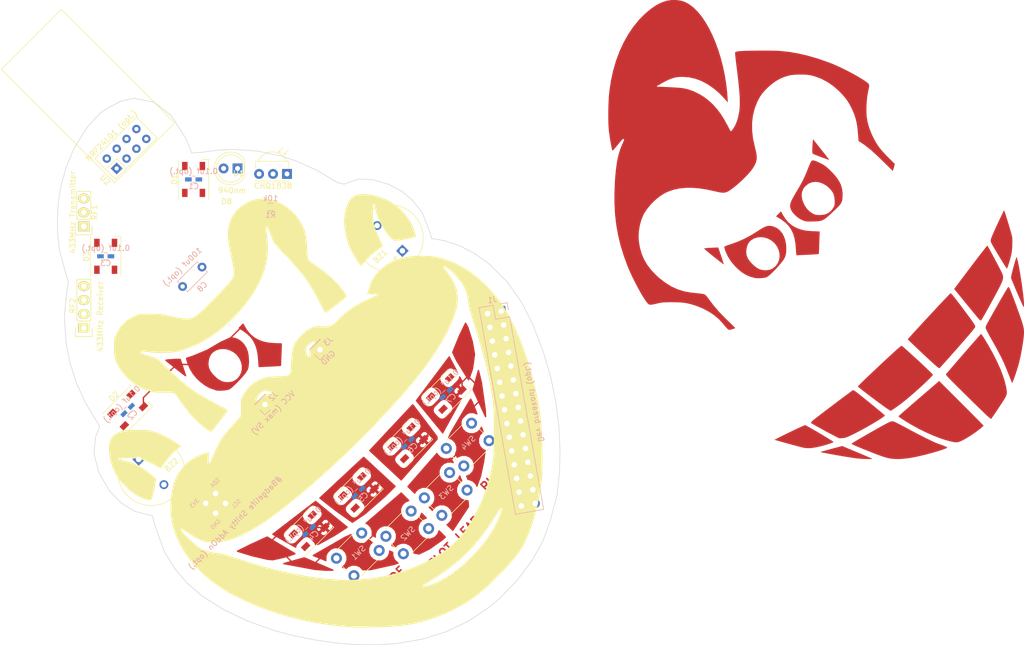
<source format=kicad_pcb>
(kicad_pcb (version 4) (host pcbnew 4.0.7)
  (layers (0 F.Cu signal) (31 B.Cu signal) (34 B.Paste user) (35 F.Paste user) (36 B.SilkS user) (37 F.SilkS user hide) (38 B.Mask user) (39 F.Mask user) (44 Edge.Cuts user))
  (net 0 "")
  (net 1 BUZZ1)
  (net 2 BUZZ2)
  (net 3 VCC)
  (net 4 "Net-(D1-Pad4)")
  (net 5 "Net-(D2-Pad4)")
  (net 6 "Net-(D3-Pad4)")
  (net 7 "Net-(D4-Pad4)")
  (net 8 3V3)
  (net 9 VIN)
  (net 10 TX)
  (net 11 RX)
  (net 12 AREF)
  (net 13 RESET)
  (net 14 A0)
  (net 15 GND)
  (net 16 A1)
  (net 17 D2)
  (net 18 A2)
  (net 19 D3)
  (net 20 A3)
  (net 21 D4)
  (net 22 A4)
  (net 23 A5)
  (net 24 A6)
  (net 25 D7)
  (net 26 A7)
  (net 27 D8)
  (net 28 D11)
  (net 29 D12)
  (net 30 D13)
  (net 31 "Net-(D5-Pad4)")
  (net 32 "Net-(D6-Pad4)")
  (net 33 "Net-(D7-Pad4)")
  (net 34 "Net-(U2-Pad8)")
  (module vector-kong:Copper (layer F.Cu) (at 233.88 77.62)
    (fp_text reference COPPER hide)
    (fp_text value LOGO hide)
    (fp_poly (pts (xy -2.276609 35.008006) (xy -1.650235 35.270428) (xy -1.065922 35.516826) (xy -0.544187 35.738425) (xy -0.105546 35.926449) (xy 0.229483 36.072124) (xy 0.440383 36.166675) (xy 0.497334 36.194408) (xy 0.578955 36.245889) (xy 0.584294 36.279993) (xy 0.492223 36.299954) (xy 0.281614 36.309012) (xy -0.068661 36.310403) (xy -0.254 36.30953) (xy -0.77901 36.295296) (xy -1.370495 36.261925) (xy -1.933807 36.215345) (xy -2.171227 36.189452) (xy -2.582961 36.134195) (xy -3.117866 36.054347) (xy -3.746365 35.955028) (xy -4.438883 35.84136) (xy -5.165846 35.718462) (xy -5.897678 35.591457) (xy -6.604803 35.465465) (xy -7.257647 35.345608) (xy -7.826634 35.237005) (xy -8.282189 35.144779) (xy -8.551333 35.08473) (xy -8.763 35.033759) (xy -8.572886 34.961084) (xy -8.436862 34.918354) (xy -8.164087 34.839996) (xy -7.781563 34.733499) (xy -7.316291 34.606351) (xy -6.795271 34.466043) (xy -6.605495 34.415413) (xy -4.828219 33.942416) (xy -2.276609 35.008006)) (layer F.Cu) (width 0.01))
    (fp_poly (pts (xy 4.506183 29.462366) (xy 4.713122 29.537908) (xy 4.960929 29.65741) (xy 5.153933 29.754942) (xy 5.472563 29.917876) (xy 5.903305 30.14232) (xy 6.409482 30.408938) (xy 6.954418 30.698396) (xy 7.501435 30.991356) (xy 7.606805 31.048098) (xy 8.359314 31.449405) (xy 9.110812 31.842131) (xy 9.841271 32.216387) (xy 10.530667 32.562286) (xy 11.158974 32.869939) (xy 11.706164 33.12946) (xy 12.152212 33.33096) (xy 12.477093 33.464552) (xy 12.561384 33.494398) (xy 13.010525 33.647899) (xy 13.434209 33.803238) (xy 13.803869 33.94882) (xy 14.090939 34.073047) (xy 14.266851 34.164321) (xy 14.308667 34.203741) (xy 14.228909 34.279858) (xy 13.999261 34.391581) (xy 13.634162 34.533653) (xy 13.148051 34.700818) (xy 12.555366 34.88782) (xy 11.895667 35.082228) (xy 10.454777 35.475629) (xy 9.151857 35.79141) (xy 7.975216 36.031169) (xy 6.913165 36.196508) (xy 5.954013 36.289028) (xy 5.086072 36.310327) (xy 4.297651 36.262008) (xy 3.801758 36.190342) (xy 3.455715 36.116627) (xy 3.056945 36.009484) (xy 2.590331 35.863537) (xy 2.040757 35.673409) (xy 1.393107 35.433726) (xy 0.632264 35.13911) (xy -0.256887 34.784187) (xy -0.989899 34.486284) (xy -1.642766 34.218247) (xy -2.153384 34.005222) (xy -2.536891 33.839757) (xy -2.808429 33.714396) (xy -2.983136 33.621687) (xy -3.076154 33.554175) (xy -3.102623 33.504407) (xy -3.077682 33.464928) (xy -3.072525 33.460948) (xy -2.931004 33.368667) (xy -2.66284 33.205191) (xy -2.288865 32.982534) (xy -1.829913 32.71271) (xy -1.306819 32.407735) (xy -0.740416 32.079623) (xy -0.151539 31.740388) (xy 0.438978 31.402045) (xy 1.010302 31.076608) (xy 1.541599 30.776092) (xy 2.012034 30.512512) (xy 2.400773 30.297881) (xy 2.589051 30.196039) (xy 3.125931 29.908909) (xy 3.53935 29.693999) (xy 3.856696 29.546601) (xy 4.105359 29.462002) (xy 4.312725 29.435494) (xy 4.506183 29.462366)) (layer F.Cu) (width 0.01))
    (fp_poly (pts (xy -11.475551 30.182874) (xy -11.245624 30.299485) (xy -10.914936 30.479149) (xy -10.503805 30.709851) (xy -10.032547 30.979574) (xy -9.521478 31.276301) (xy -8.990917 31.588017) (xy -8.461179 31.902704) (xy -7.952581 32.208346) (xy -7.485441 32.492927) (xy -7.080074 32.744431) (xy -6.756798 32.95084) (xy -6.535929 33.100139) (xy -6.437784 33.180311) (xy -6.434667 33.187161) (xy -6.446191 33.227682) (xy -6.498035 33.270238) (xy -6.616101 33.325981) (xy -6.826294 33.406063) (xy -7.154519 33.521636) (xy -7.439352 33.619674) (xy -8.004022 33.795119) (xy -8.641785 33.963551) (xy -9.299463 34.11321) (xy -9.923874 34.232336) (xy -10.461837 34.309167) (xy -10.625667 34.324324) (xy -11.103011 34.329094) (xy -11.609602 34.286455) (xy -11.811 34.254106) (xy -12.039216 34.202884) (xy -12.402439 34.112583) (xy -12.872886 33.990742) (xy -13.422775 33.844905) (xy -14.024323 33.682612) (xy -14.64975 33.511406) (xy -15.271271 33.338828) (xy -15.861106 33.17242) (xy -16.391472 33.019723) (xy -16.764 32.909584) (xy -17.145 32.795061) (xy -15.917333 32.176682) (xy -15.395044 31.916186) (xy -14.835564 31.64164) (xy -14.260229 31.363065) (xy -13.69037 31.090482) (xy -13.147323 30.833913) (xy -12.652421 30.60338) (xy -12.226998 30.408903) (xy -11.892388 30.260503) (xy -11.669924 30.168203) (xy -11.584401 30.141333) (xy -11.475551 30.182874)) (layer F.Cu) (width 0.01))
    (fp_poly (pts (xy 16.867816 26.138813) (xy 17.552013 26.823583) (xy 18.199671 27.473116) (xy 18.801035 28.07754) (xy 19.346349 28.626988) (xy 19.825857 29.11159) (xy 20.229802 29.521477) (xy 20.54843 29.84678) (xy 20.771984 30.07763) (xy 20.890708 30.204158) (xy 20.907793 30.225669) (xy 20.845377 30.296049) (xy 20.683128 30.446892) (xy 20.451396 30.650367) (xy 20.353438 30.734) (xy 19.804965 31.169035) (xy 19.15671 31.635725) (xy 18.463797 32.097323) (xy 17.781348 32.517083) (xy 17.174491 32.853129) (xy 16.751623 33.060081) (xy 16.408404 33.192191) (xy 16.094982 33.254955) (xy 15.761503 33.25387) (xy 15.358116 33.19443) (xy 14.920678 33.101599) (xy 13.928805 32.835622) (xy 12.838937 32.467595) (xy 11.678002 32.009783) (xy 10.472927 31.47445) (xy 9.250643 30.873861) (xy 8.038076 30.22028) (xy 6.862156 29.525972) (xy 6.328833 29.188445) (xy 5.98671 28.961876) (xy 5.703292 28.764697) (xy 5.505464 28.616317) (xy 5.420111 28.536143) (xy 5.418667 28.531395) (xy 5.48109 28.46535) (xy 5.660795 28.299147) (xy 5.946432 28.042757) (xy 6.326652 27.706148) (xy 6.790106 27.299291) (xy 7.325445 26.832155) (xy 7.92132 26.314709) (xy 8.566381 25.756924) (xy 9.120816 25.279234) (xy 12.822965 22.09462) (xy 16.867816 26.138813)) (layer F.Cu) (width 0.01))
    (fp_poly (pts (xy -2.797727 23.777982) (xy -2.702706 23.814605) (xy -2.567214 23.892833) (xy -2.379107 24.021533) (xy -2.126238 24.209575) (xy -1.796462 24.465826) (xy -1.377634 24.799157) (xy -0.857607 25.218434) (xy -0.224236 25.732529) (xy 0.090724 25.988807) (xy 0.687824 26.476004) (xy 1.243248 26.931366) (xy 1.743401 27.343589) (xy 2.17469 27.701367) (xy 2.52352 27.993397) (xy 2.776298 28.208375) (xy 2.91943 28.334997) (xy 2.94711 28.364068) (xy 2.892822 28.450379) (xy 2.705788 28.605996) (xy 2.402861 28.820896) (xy 2.000896 29.085051) (xy 1.516744 29.388437) (xy 0.967262 29.721027) (xy 0.3693 30.072797) (xy -0.260286 30.433721) (xy -0.904642 30.793773) (xy -1.546917 31.142928) (xy -2.170255 31.47116) (xy -2.757803 31.768444) (xy -2.861429 31.819345) (xy -3.352754 32.056711) (xy -3.726536 32.228213) (xy -4.015791 32.345485) (xy -4.253535 32.420163) (xy -4.472783 32.463879) (xy -4.706551 32.48827) (xy -4.772514 32.492801) (xy -5.385936 32.532168) (xy -6.537423 31.934968) (xy -6.946532 31.720065) (xy -7.414727 31.469629) (xy -7.918997 31.196441) (xy -8.436332 30.913279) (xy -8.943722 30.632923) (xy -9.418155 30.368151) (xy -9.836624 30.131742) (xy -10.176116 29.936475) (xy -10.413623 29.795129) (xy -10.526133 29.720483) (xy -10.528092 29.718705) (xy -10.499777 29.638761) (xy -10.36363 29.481915) (xy -10.145097 29.275718) (xy -10.020092 29.168701) (xy -9.850285 29.032651) (xy -9.568058 28.812563) (xy -9.189689 28.52075) (xy -8.731452 28.169525) (xy -8.209624 27.771199) (xy -7.640482 27.338084) (xy -7.040303 26.882493) (xy -6.425361 26.416737) (xy -5.811934 25.953129) (xy -5.216299 25.503981) (xy -4.65473 25.081604) (xy -4.143505 24.698312) (xy -3.6989 24.366415) (xy -3.337191 24.098226) (xy -3.074654 23.906058) (xy -2.927566 23.802221) (xy -2.914942 23.79407) (xy -2.864424 23.774093) (xy -2.797727 23.777982)) (layer F.Cu) (width 0.01))
    (fp_poly (pts (xy 20.630719 13.75009) (xy 20.773433 13.943091) (xy 20.981173 14.260607) (xy 21.239294 14.677732) (xy 21.533152 15.16956) (xy 21.848103 15.711185) (xy 22.169501 16.277702) (xy 22.482704 16.844204) (xy 22.773065 17.385787) (xy 22.811121 17.45832) (xy 23.426452 18.694887) (xy 23.957571 19.887567) (xy 24.397281 21.017487) (xy 24.738389 22.065775) (xy 24.973701 23.013558) (xy 25.017466 23.245781) (xy 25.081428 23.608822) (xy 25.12745 23.906274) (xy 25.147711 24.160437) (xy 25.134392 24.393613) (xy 25.07967 24.628103) (xy 24.975725 24.886208) (xy 24.814736 25.19023) (xy 24.588882 25.562468) (xy 24.290343 26.025226) (xy 23.911297 26.600804) (xy 23.760896 26.828889) (xy 23.40774 27.362087) (xy 23.081283 27.84955) (xy 22.793933 28.273176) (xy 22.5581 28.614863) (xy 22.386194 28.856507) (xy 22.290622 28.980007) (xy 22.278513 28.991423) (xy 22.188055 28.95297) (xy 21.991779 28.802843) (xy 21.701392 28.551279) (xy 21.3286 28.208512) (xy 20.88511 27.784779) (xy 20.767509 27.670273) (xy 20.36135 27.273926) (xy 19.992276 26.914692) (xy 19.678639 26.610362) (xy 19.438791 26.378722) (xy 19.291085 26.23756) (xy 19.255077 26.204333) (xy 19.175688 26.128455) (xy 18.988943 25.946027) (xy 18.707718 25.66974) (xy 18.344888 25.312288) (xy 17.913326 24.88636) (xy 17.425908 24.404649) (xy 16.895509 23.879847) (xy 16.559968 23.547554) (xy 15.928611 22.921081) (xy 15.408597 22.402197) (xy 14.990118 21.980187) (xy 14.663367 21.644336) (xy 14.418535 21.383928) (xy 14.245814 21.188248) (xy 14.135397 21.04658) (xy 14.077476 20.948208) (xy 14.062242 20.882417) (xy 14.079888 20.838491) (xy 14.080117 20.838221) (xy 14.413235 20.447653) (xy 14.831816 19.959439) (xy 15.316269 19.396222) (xy 15.847 18.780645) (xy 16.404415 18.135351) (xy 16.968923 17.482981) (xy 17.520929 16.84618) (xy 18.040841 16.24759) (xy 18.509066 15.709853) (xy 18.90601 15.255613) (xy 19.209225 14.910744) (xy 20.435518 13.523155) (xy 20.630719 13.75009)) (layer F.Cu) (width 0.01))
    (fp_poly (pts (xy 6.065572 15.707332) (xy 6.211625 15.816695) (xy 6.29073 15.888721) (xy 6.449588 16.034154) (xy 6.704146 16.265606) (xy 7.024291 16.555764) (xy 7.379908 16.877312) (xy 7.535333 17.017617) (xy 8.161251 17.58523) (xy 8.773809 18.146149) (xy 9.360427 18.688428) (xy 9.908525 19.200122) (xy 10.405523 19.669283) (xy 10.838841 20.083966) (xy 11.1959 20.432225) (xy 11.46412 20.702114) (xy 11.63092 20.881687) (xy 11.684 20.957269) (xy 11.622115 21.065982) (xy 11.446367 21.270965) (xy 11.171619 21.558472) (xy 10.812734 21.914755) (xy 10.384573 22.32607) (xy 9.901998 22.778667) (xy 9.379872 23.258802) (xy 8.833057 23.752727) (xy 8.276415 24.246695) (xy 7.724809 24.72696) (xy 7.1931 25.179776) (xy 6.696151 25.591394) (xy 6.519333 25.734294) (xy 6.127857 26.04136) (xy 5.709367 26.358026) (xy 5.287912 26.667363) (xy 4.887541 26.952443) (xy 4.532302 27.196339) (xy 4.246245 27.38212) (xy 4.053419 27.49286) (xy 3.987256 27.516667) (xy 3.894808 27.471176) (xy 3.695405 27.348028) (xy 3.420441 27.167212) (xy 3.167304 26.99457) (xy 2.775168 26.717763) (xy 2.293931 26.369525) (xy 1.747646 25.968023) (xy 1.160368 25.53143) (xy 0.556151 25.077914) (xy -0.04095 24.625645) (xy -0.606883 24.192794) (xy -1.117591 23.797531) (xy -1.549021 23.458025) (xy -1.87712 23.192446) (xy -1.974653 23.110458) (xy -1.929234 23.042476) (xy -1.771707 22.87182) (xy -1.514678 22.610353) (xy -1.170757 22.269943) (xy -0.75255 21.862454) (xy -0.272665 21.399752) (xy 0.256289 20.893702) (xy 0.821705 20.356171) (xy 1.410976 19.799023) (xy 2.011493 19.234125) (xy 2.610648 18.673342) (xy 3.195835 18.128539) (xy 3.754444 17.611582) (xy 4.273869 17.134337) (xy 4.741502 16.708669) (xy 5.144734 16.346443) (xy 5.470958 16.059526) (xy 5.707567 15.859782) (xy 5.825063 15.769909) (xy 5.95656 15.6968) (xy 6.065572 15.707332)) (layer F.Cu) (width 0.01))
    (fp_poly (pts (xy 25.532292 5.0446) (xy 25.637073 5.23212) (xy 25.774726 5.532644) (xy 25.950256 5.957291) (xy 26.168669 6.517182) (xy 26.43497 7.223435) (xy 26.513936 7.435819) (xy 26.890991 8.455318) (xy 27.211835 9.331695) (xy 27.480673 10.080018) (xy 27.70171 10.715355) (xy 27.879153 11.252772) (xy 28.017208 11.707336) (xy 28.12008 12.094114) (xy 28.191975 12.428174) (xy 28.2371 12.724582) (xy 28.25966 12.998406) (xy 28.26386 13.264712) (xy 28.253907 13.538569) (xy 28.247414 13.645836) (xy 28.198383 14.175138) (xy 28.1152 14.827453) (xy 28.00491 15.56155) (xy 27.874559 16.336199) (xy 27.731195 17.110169) (xy 27.581864 17.842227) (xy 27.433611 18.491143) (xy 27.388967 18.669) (xy 27.217932 19.292848) (xy 27.014664 19.970598) (xy 26.794904 20.654156) (xy 26.574396 21.29543) (xy 26.368879 21.846327) (xy 26.268718 22.091548) (xy 26.108894 22.466095) (xy 25.884792 21.922214) (xy 25.774589 21.652064) (xy 25.618868 21.266713) (xy 25.434603 20.808342) (xy 25.238769 20.319128) (xy 25.137779 20.066) (xy 24.828872 19.315487) (xy 24.507535 18.588346) (xy 24.158019 17.852702) (xy 23.76458 17.07668) (xy 23.311469 16.228402) (xy 22.782941 15.275995) (xy 22.690994 15.113) (xy 22.299475 14.418934) (xy 21.984585 13.855573) (xy 21.738948 13.406595) (xy 21.555187 13.05568) (xy 21.425923 12.786506) (xy 21.34378 12.582751) (xy 21.30138 12.428096) (xy 21.291346 12.306219) (xy 21.3063 12.200798) (xy 21.333721 12.110275) (xy 21.401188 11.962744) (xy 21.542429 11.689496) (xy 21.74698 11.308918) (xy 22.004374 10.839396) (xy 22.304147 10.299316) (xy 22.635833 9.707064) (xy 22.988967 9.081025) (xy 23.353085 8.439585) (xy 23.717719 7.80113) (xy 24.072407 7.184047) (xy 24.406681 6.606721) (xy 24.710078 6.087537) (xy 24.972131 5.644883) (xy 25.182376 5.297142) (xy 25.330347 5.062703) (xy 25.401325 4.964093) (xy 25.455378 4.958964) (xy 25.532292 5.0446)) (layer F.Cu) (width 0.01))
    (fp_poly (pts (xy 14.962437 6.142676) (xy 15.090398 6.261771) (xy 15.284433 6.479147) (xy 15.550696 6.802324) (xy 15.89534 7.238823) (xy 16.324517 7.796163) (xy 16.844381 8.481865) (xy 16.992325 8.678333) (xy 17.585979 9.470613) (xy 18.081873 10.139462) (xy 18.486759 10.69468) (xy 18.807391 11.146067) (xy 19.050522 11.503424) (xy 19.222906 11.77655) (xy 19.331296 11.975246) (xy 19.382445 12.109312) (xy 19.388667 12.155807) (xy 19.379996 12.225304) (xy 19.347032 12.31166) (xy 19.279342 12.428128) (xy 19.166498 12.587959) (xy 18.998068 12.804404) (xy 18.763622 13.090715) (xy 18.452729 13.460143) (xy 18.05496 13.92594) (xy 17.559883 14.501358) (xy 17.360913 14.732) (xy 17.006066 15.141083) (xy 16.601492 15.603999) (xy 16.161175 16.105068) (xy 15.699101 16.628605) (xy 15.229252 17.158928) (xy 14.765615 17.680355) (xy 14.322173 18.177203) (xy 13.912911 18.63379) (xy 13.551813 19.034433) (xy 13.252865 19.363449) (xy 13.030049 19.605157) (xy 12.897352 19.743872) (xy 12.867946 19.770524) (xy 12.780231 19.73466) (xy 12.59298 19.603266) (xy 12.3312 19.395547) (xy 12.019892 19.130708) (xy 11.919867 19.042353) (xy 11.635641 18.785907) (xy 11.279382 18.459417) (xy 10.86688 18.077807) (xy 10.413926 17.656003) (xy 9.936312 17.208929) (xy 9.449828 16.75151) (xy 8.970267 16.298671) (xy 8.513419 15.865336) (xy 8.095076 15.466431) (xy 7.731029 15.116881) (xy 7.43707 14.831609) (xy 7.228988 14.625542) (xy 7.122577 14.513603) (xy 7.112 14.498291) (xy 7.168041 14.424024) (xy 7.328463 14.238778) (xy 7.581714 13.954999) (xy 7.916242 13.585131) (xy 8.320495 13.141619) (xy 8.782922 12.636909) (xy 9.291969 12.083445) (xy 9.836085 11.493673) (xy 10.403718 10.880036) (xy 10.983316 10.25498) (xy 11.563327 9.63095) (xy 12.132199 9.020391) (xy 12.67838 8.435748) (xy 13.190317 7.889466) (xy 13.65646 7.393989) (xy 14.065256 6.961762) (xy 14.405153 6.605231) (xy 14.664599 6.336841) (xy 14.832042 6.169036) (xy 14.894398 6.114343) (xy 14.962437 6.142676)) (layer F.Cu) (width 0.01))
    (fp_poly (pts (xy -34.544 -47.242202) (xy -33.974087 -47.126284) (xy -33.471164 -46.954442) (xy -32.965679 -46.699573) (xy -32.639 -46.499875) (xy -31.876613 -45.923232) (xy -31.134249 -45.190469) (xy -30.417052 -44.314146) (xy -29.730167 -43.30682) (xy -29.078735 -42.181051) (xy -28.467902 -40.949397) (xy -27.90281 -39.624418) (xy -27.388603 -38.21867) (xy -26.930425 -36.744715) (xy -26.533419 -35.215109) (xy -26.202728 -33.642412) (xy -25.943497 -32.039182) (xy -25.760868 -30.417979) (xy -25.696464 -29.548667) (xy -25.642812 -28.659667) (xy -26.127845 -29.21) (xy -27.162273 -30.286963) (xy -28.223564 -31.201765) (xy -29.309656 -31.953304) (xy -30.418489 -32.540478) (xy -31.548003 -32.962184) (xy -32.696137 -33.217321) (xy -33.782 -33.304185) (xy -34.404991 -33.295887) (xy -34.927917 -33.245819) (xy -35.417363 -33.14224) (xy -35.939911 -32.973412) (xy -36.184173 -32.880653) (xy -36.441846 -32.768789) (xy -36.771609 -32.609967) (xy -37.143558 -32.42049) (xy -37.527792 -32.216664) (xy -37.894408 -32.014795) (xy -38.213502 -31.831186) (xy -38.455174 -31.682143) (xy -38.589519 -31.58397) (xy -38.607109 -31.5595) (xy -38.530855 -31.525206) (xy -38.332459 -31.501686) (xy -38.121167 -31.494849) (xy -37.719443 -31.488019) (xy -37.21404 -31.470529) (xy -36.640073 -31.444486) (xy -36.032658 -31.411995) (xy -35.42691 -31.375163) (xy -34.857944 -31.336095) (xy -34.360875 -31.296898) (xy -33.970819 -31.259676) (xy -33.765084 -31.233622) (xy -32.896463 -31.036356) (xy -31.980357 -30.71493) (xy -31.059765 -30.288319) (xy -30.177686 -29.775493) (xy -29.681437 -29.431806) (xy -28.917337 -28.815904) (xy -28.212916 -28.139901) (xy -27.552908 -27.384024) (xy -26.92205 -26.5285) (xy -26.305077 -25.553556) (xy -25.686727 -24.43942) (xy -25.408859 -23.897167) (xy -25.269249 -23.635545) (xy -25.152731 -23.447438) (xy -25.083357 -23.371456) (xy -25.081281 -23.371302) (xy -24.988774 -23.441781) (xy -24.838987 -23.622708) (xy -24.657929 -23.877103) (xy -24.471614 -24.167981) (xy -24.306051 -24.45836) (xy -24.276496 -24.515535) (xy -24.005632 -25.159178) (xy -23.775845 -25.925638) (xy -23.599981 -26.770768) (xy -23.575625 -26.924) (xy -23.516424 -27.383601) (xy -23.476427 -27.868359) (xy -23.456497 -28.392797) (xy -23.457498 -28.971437) (xy -23.480292 -29.618803) (xy -23.525743 -30.349416) (xy -23.594713 -31.1778) (xy -23.688068 -32.118476) (xy -23.806668 -33.185967) (xy -23.951378 -34.394796) (xy -24.081389 -35.433) (xy -24.155806 -36.036293) (xy -24.218997 -36.583959) (xy -24.268747 -37.053766) (xy -24.302846 -37.423483) (xy -24.319078 -37.670878) (xy -24.31523 -37.773718) (xy -24.314508 -37.774632) (xy -24.203267 -37.832746) (xy -23.995394 -37.910204) (xy -23.918333 -37.934991) (xy -23.730993 -37.966425) (xy -23.396363 -37.994787) (xy -22.936462 -38.019828) (xy -22.373309 -38.041299) (xy -21.728924 -38.058951) (xy -21.025326 -38.072535) (xy -20.284535 -38.081804) (xy -19.52857 -38.086508) (xy -18.779451 -38.086399) (xy -18.059196 -38.081229) (xy -17.389826 -38.070747) (xy -16.793359 -38.054707) (xy -16.291816 -38.032859) (xy -16.12992 -38.02293) (xy -14.510523 -37.852393) (xy -12.804806 -37.557258) (xy -11.034904 -37.142969) (xy -9.222952 -36.61497) (xy -7.391088 -35.978704) (xy -6.646333 -35.690565) (xy -5.965251 -35.403427) (xy -5.212238 -35.058738) (xy -4.416138 -34.671879) (xy -3.605793 -34.25823) (xy -2.810046 -33.833173) (xy -2.05774 -33.412086) (xy -1.377718 -33.010351) (xy -0.798823 -32.643349) (xy -0.37859 -32.348277) (xy -0.177414 -32.191116) (xy -0.037428 -32.0517) (xy 0.045324 -31.900179) (xy 0.074796 -31.706703) (xy 0.054942 -31.441419) (xy -0.010282 -31.074478) (xy -0.116921 -30.576028) (xy -0.133683 -30.499729) (xy -0.257744 -29.789718) (xy -0.348538 -28.969389) (xy -0.403433 -28.094962) (xy -0.419798 -27.222659) (xy -0.395 -26.408701) (xy -0.349655 -25.885873) (xy -0.181457 -24.963523) (xy 0.104855 -23.97905) (xy 0.492465 -22.972645) (xy 0.964557 -21.984497) (xy 1.504317 -21.054796) (xy 1.929493 -20.438678) (xy 2.182589 -20.121974) (xy 2.524112 -19.72648) (xy 2.919849 -19.29017) (xy 3.335588 -18.851016) (xy 3.619738 -18.562695) (xy 4.747606 -17.440389) (xy 4.65504 -17.081028) (xy 4.573112 -16.778058) (xy 4.489059 -16.489) (xy 4.474495 -16.441927) (xy 4.386516 -16.162188) (xy 2.595425 -17.924045) (xy 1.85263 -18.647165) (xy 1.20408 -19.260926) (xy 0.630686 -19.781783) (xy 0.113358 -20.226191) (xy -0.366993 -20.610604) (xy -0.829456 -20.951477) (xy -1.242438 -21.232201) (xy -1.849875 -21.630168) (xy -1.903964 -22.435584) (xy -1.984771 -23.434592) (xy -2.088253 -24.300261) (xy -2.223084 -25.068004) (xy -2.397939 -25.773236) (xy -2.621493 -26.451369) (xy -2.902418 -27.137818) (xy -3.220315 -27.809786) (xy -3.558157 -28.438149) (xy -3.926725 -29.014376) (xy -4.354711 -29.57669) (xy -4.870805 -30.163315) (xy -5.387371 -30.696798) (xy -6.394658 -31.594133) (xy -7.474308 -32.347119) (xy -8.615701 -32.949918) (xy -9.808216 -33.396694) (xy -10.710333 -33.62204) (xy -11.149791 -33.682308) (xy -11.704931 -33.718572) (xy -12.325936 -33.731356) (xy -12.962987 -33.721184) (xy -13.56627 -33.68858) (xy -14.085965 -33.634067) (xy -14.371533 -33.583558) (xy -15.303656 -33.319823) (xy -16.16577 -32.955873) (xy -16.988925 -32.474427) (xy -17.804171 -31.858201) (xy -18.357807 -31.364725) (xy -18.943138 -30.779385) (xy -19.415086 -30.221835) (xy -19.810579 -29.641895) (xy -20.166549 -28.989386) (xy -20.280232 -28.752596) (xy -20.75646 -27.535052) (xy -21.072897 -26.262434) (xy -21.229555 -24.934513) (xy -21.226445 -23.551062) (xy -21.063583 -22.11185) (xy -20.740979 -20.616649) (xy -20.736615 -20.600166) (xy -20.550549 -19.852033) (xy -20.430386 -19.229792) (xy -20.379439 -18.701992) (xy -20.40102 -18.237184) (xy -20.498443 -17.803916) (xy -20.67502 -17.37074) (xy -20.934065 -16.906205) (xy -21.16325 -16.550006) (xy -21.484511 -16.119084) (xy -21.90546 -15.630099) (xy -22.401712 -15.105229) (xy -22.94888 -14.566658) (xy -23.522579 -14.036565) (xy -24.098423 -13.537131) (xy -24.652027 -13.090539) (xy -25.159004 -12.718968) (xy -25.594969 -12.4446) (xy -25.781 -12.349751) (xy -26.059736 -12.251598) (xy -26.368387 -12.207235) (xy -26.737443 -12.218026) (xy -27.197399 -12.285335) (xy -27.778746 -12.410525) (xy -27.924354 -12.445578) (xy -29.439625 -12.77524) (xy -30.83848 -12.993756) (xy -32.132431 -13.100917) (xy -33.332992 -13.096516) (xy -34.451676 -12.980346) (xy -35.499997 -12.752197) (xy -36.489468 -12.411864) (xy -36.781002 -12.285841) (xy -37.529229 -11.878109) (xy -38.291273 -11.33819) (xy -39.035417 -10.696997) (xy -39.729945 -9.985439) (xy -40.343142 -9.234429) (xy -40.843291 -8.474877) (xy -41.010568 -8.163652) (xy -41.382813 -7.263448) (xy -41.65909 -6.26938) (xy -41.830617 -5.232746) (xy -41.888614 -4.204843) (xy -41.837161 -3.335081) (xy -41.629678 -2.137835) (xy -41.30765 -1.032151) (xy -40.861282 -0.000531) (xy -40.280778 0.974521) (xy -39.556344 1.910504) (xy -38.678183 2.824914) (xy -38.092375 3.35416) (xy -37.004751 4.202023) (xy -35.895261 4.885507) (xy -34.753737 5.409159) (xy -33.57001 5.777531) (xy -32.333912 5.995171) (xy -32.144898 6.014949) (xy -31.458932 6.082431) (xy -30.921565 6.140053) (xy -30.512559 6.190902) (xy -30.211675 6.238067) (xy -29.998675 6.284635) (xy -29.853321 6.333695) (xy -29.771817 6.377023) (xy -29.646244 6.495576) (xy -29.452874 6.720783) (xy -29.219077 7.019236) (xy -28.995309 7.324841) (xy -28.145131 8.440148) (xy -27.164749 9.568437) (xy -26.040705 10.724855) (xy -25.583911 11.164587) (xy -25.200488 11.530535) (xy -24.862697 11.858513) (xy -24.588695 12.130429) (xy -24.396639 12.328191) (xy -24.304686 12.433706) (xy -24.299333 12.444597) (xy -24.373349 12.496235) (xy -24.561505 12.570482) (xy -24.812968 12.651774) (xy -25.076903 12.724549) (xy -25.302478 12.773243) (xy -25.410113 12.784667) (xy -25.541436 12.726609) (xy -25.721983 12.580717) (xy -25.792695 12.5095) (xy -25.961873 12.318679) (xy -26.195923 12.042581) (xy -26.454755 11.728805) (xy -26.564031 11.593723) (xy -27.288839 10.813217) (xy -28.155689 10.090322) (xy -29.143044 9.438877) (xy -30.229369 8.872717) (xy -31.393126 8.405681) (xy -31.668405 8.314082) (xy -32.276542 8.128464) (xy -32.818504 7.98715) (xy -33.334889 7.884553) (xy -33.866292 7.815085) (xy -34.453313 7.773156) (xy -35.136546 7.753179) (xy -35.771667 7.749244) (xy -36.384542 7.751015) (xy -36.863301 7.757787) (xy -37.243152 7.772529) (xy -37.559299 7.798209) (xy -37.84695 7.837798) (xy -38.141309 7.894265) (xy -38.477583 7.970579) (xy -38.52276 7.981292) (xy -39.035648 8.099014) (xy -39.414463 8.171757) (xy -39.688388 8.199497) (xy -39.886609 8.182208) (xy -40.038308 8.119863) (xy -40.172671 8.012439) (xy -40.205693 7.979833) (xy -40.446109 7.693926) (xy -40.741508 7.273779) (xy -41.080304 6.740854) (xy -41.450909 6.116608) (xy -41.841733 5.422502) (xy -42.24119 4.679995) (xy -42.637691 3.910547) (xy -43.019648 3.135615) (xy -43.375473 2.376661) (xy -43.693579 1.655144) (xy -43.920432 1.100667) (xy -44.602379 -0.772451) (xy -45.163972 -2.613423) (xy -45.608436 -4.445654) (xy -45.938997 -6.292547) (xy -46.158881 -8.177506) (xy -46.271314 -10.123933) (xy -46.279522 -12.155233) (xy -46.18673 -14.294808) (xy -46.137786 -14.986) (xy -46.021939 -16.253686) (xy -45.878197 -17.376688) (xy -45.701458 -18.378115) (xy -45.486619 -19.281075) (xy -45.228576 -20.108677) (xy -44.922226 -20.88403) (xy -44.754947 -21.247698) (xy -44.590959 -21.618734) (xy -44.520693 -21.857016) (xy -44.537595 -21.965461) (xy -44.609859 -22.007045) (xy -44.703124 -21.989039) (xy -44.832338 -21.897548) (xy -45.012449 -21.718675) (xy -45.258403 -21.438522) (xy -45.585148 -21.043194) (xy -45.754088 -20.834482) (xy -46.09107 -20.423674) (xy -46.33958 -20.138622) (xy -46.510714 -19.968119) (xy -46.615567 -19.900953) (xy -46.661468 -19.917783) (xy -46.71093 -20.06625) (xy -46.778352 -20.353902) (xy -46.858708 -20.752157) (xy -46.946977 -21.232432) (xy -47.038136 -21.766146) (xy -47.127162 -22.324716) (xy -47.209031 -22.879562) (xy -47.278721 -23.4021) (xy -47.290126 -23.495) (xy -47.339831 -24.049576) (xy -47.374221 -24.739271) (xy -47.393702 -25.530601) (xy -47.398677 -26.390083) (xy -47.389554 -27.284233) (xy -47.366737 -28.179567) (xy -47.33063 -29.042604) (xy -47.281639 -29.839858) (xy -47.22017 -30.537846) (xy -47.203046 -30.691667) (xy -46.913375 -32.61717) (xy -46.505106 -34.474903) (xy -45.98295 -36.255582) (xy -45.351616 -37.949922) (xy -44.615814 -39.548637) (xy -43.780255 -41.042443) (xy -42.849648 -42.422055) (xy -41.828704 -43.678187) (xy -40.722131 -44.801556) (xy -39.555648 -45.767305) (xy -38.634251 -46.384256) (xy -37.740172 -46.84175) (xy -36.858251 -47.144249) (xy -35.973326 -47.296215) (xy -35.070236 -47.302109) (xy -34.544 -47.242202)) (layer F.Cu) (width 0.01))
    (fp_poly (pts (xy 21.670939 -2.45304) (xy 21.806845 -2.218186) (xy 21.996977 -1.87707) (xy 22.2296 -1.451789) (xy 22.492983 -0.96444) (xy 22.775392 -0.437122) (xy 23.065095 0.108067) (xy 23.350357 0.64903) (xy 23.619447 1.163668) (xy 23.860632 1.629884) (xy 24.062177 2.025579) (xy 24.212351 2.328657) (xy 24.29942 2.517018) (xy 24.308615 2.54) (xy 24.382614 2.748989) (xy 24.434864 2.944724) (xy 24.460064 3.141353) (xy 24.452916 3.353024) (xy 24.408118 3.593889) (xy 24.32037 3.878095) (xy 24.184374 4.219792) (xy 23.994828 4.633129) (xy 23.746432 5.132255) (xy 23.433887 5.73132) (xy 23.051893 6.444472) (xy 22.595149 7.285861) (xy 22.389875 7.662333) (xy 21.889433 8.575654) (xy 21.46486 9.342031) (xy 21.114169 9.964896) (xy 20.835375 10.447679) (xy 20.626491 10.793811) (xy 20.485532 11.006724) (xy 20.41051 11.089846) (xy 20.404702 11.091333) (xy 20.302632 11.044897) (xy 20.218321 10.9855) (xy 20.159617 10.926776) (xy 20.045191 10.797798) (xy 19.869688 10.592068) (xy 19.627756 10.303089) (xy 19.314039 9.924366) (xy 18.923184 9.449401) (xy 18.449837 8.871698) (xy 17.888642 8.184761) (xy 17.234247 7.382092) (xy 16.481298 6.457196) (xy 16.097217 5.985031) (xy 15.559397 5.323729) (xy 18.550933 1.351166) (xy 19.093248 0.633313) (xy 19.605869 -0.040774) (xy 20.079735 -0.659476) (xy 20.505783 -1.211173) (xy 20.87495 -1.684245) (xy 21.178174 -2.067073) (xy 21.406392 -2.348036) (xy 21.550541 -2.515516) (xy 21.600992 -2.559532) (xy 21.670939 -2.45304)) (layer F.Cu) (width 0.01))
    (fp_poly (pts (xy 26.927571 -0.448688) (xy 26.98752 -0.31501) (xy 27.066955 -0.032316) (xy 27.162425 0.380637) (xy 27.270481 0.905091) (xy 27.387673 1.52229) (xy 27.510551 2.213476) (xy 27.635665 2.959894) (xy 27.759564 3.742784) (xy 27.878799 4.543392) (xy 27.98205 5.284233) (xy 28.056793 5.869585) (xy 28.124482 6.455262) (xy 28.183079 7.01733) (xy 28.230547 7.531857) (xy 28.264847 7.974911) (xy 28.283942 8.32256) (xy 28.285794 8.550871) (xy 28.268364 8.635912) (xy 28.267454 8.636) (xy 28.20449 8.570945) (xy 28.098004 8.411215) (xy 28.079177 8.379814) (xy 27.991598 8.210186) (xy 27.854579 7.918437) (xy 27.677994 7.527751) (xy 27.471715 7.061311) (xy 27.245615 6.542301) (xy 27.009569 5.993905) (xy 26.773449 5.439308) (xy 26.54713 4.901692) (xy 26.340483 4.404242) (xy 26.163383 3.970141) (xy 26.025703 3.622574) (xy 25.937317 3.384724) (xy 25.908 3.281629) (xy 25.928659 3.105381) (xy 25.985714 2.815516) (xy 26.071781 2.439047) (xy 26.179478 2.002987) (xy 26.301422 1.534348) (xy 26.43023 1.060143) (xy 26.558518 0.607384) (xy 26.678903 0.203085) (xy 26.784002 -0.125744) (xy 26.866433 -0.352088) (xy 26.918811 -0.448935) (xy 26.927571 -0.448688)) (layer F.Cu) (width 0.01))
    (fp_poly (pts (xy -17.82387 -6.152024) (xy -17.46611 -6.076527) (xy -17.353549 -6.046016) (xy -16.748682 -5.791406) (xy -16.221293 -5.396801) (xy -15.778758 -4.876346) (xy -15.428452 -4.244188) (xy -15.177754 -3.514472) (xy -15.034039 -2.701345) (xy -15.004683 -1.818953) (xy -15.017619 -1.566333) (xy -15.061784 -1.117159) (xy -15.133172 -0.76786) (xy -15.248276 -0.449321) (xy -15.32198 -0.29096) (xy -15.506339 0.016572) (xy -15.788801 0.402815) (xy -16.145334 0.84201) (xy -16.551907 1.308397) (xy -16.984489 1.776218) (xy -17.419049 2.219714) (xy -17.831556 2.613127) (xy -18.197979 2.930697) (xy -18.494287 3.146665) (xy -18.568779 3.189285) (xy -18.774853 3.252508) (xy -19.100743 3.305299) (xy -19.497076 3.344196) (xy -19.914477 3.365735) (xy -20.303574 3.366453) (xy -20.614992 3.342888) (xy -20.658667 3.335858) (xy -21.504518 3.122019) (xy -22.294982 2.788941) (xy -23.052523 2.323566) (xy -23.799607 1.712836) (xy -24.305142 1.216187) (xy -25.023377 0.367089) (xy -25.604953 -0.53087) (xy -26.006742 -1.391527) (xy -22.299742 -1.391527) (xy -22.22313 -0.797185) (xy -21.994268 -0.22959) (xy -21.606706 0.331268) (xy -21.39015 0.574826) (xy -20.845904 1.104846) (xy -20.341239 1.492091) (xy -19.849919 1.749805) (xy -19.345707 1.891233) (xy -18.802368 1.929618) (xy -18.711333 1.927133) (xy -18.204934 1.877033) (xy -17.803762 1.763952) (xy -17.686879 1.711776) (xy -17.381501 1.528443) (xy -17.07578 1.293647) (xy -16.980083 1.205101) (xy -16.588898 0.702304) (xy -16.336142 0.128154) (xy -16.220442 -0.493157) (xy -16.240425 -1.137434) (xy -16.394718 -1.780484) (xy -16.681949 -2.398114) (xy -17.100743 -2.96613) (xy -17.224145 -3.095855) (xy -17.761956 -3.533374) (xy -18.362724 -3.849639) (xy -19.00017 -4.042931) (xy -19.648016 -4.111531) (xy -20.279984 -4.05372) (xy -20.869794 -3.867779) (xy -21.391168 -3.55199) (xy -21.582689 -3.380952) (xy -21.832821 -3.090961) (xy -22.013755 -2.772212) (xy -22.150794 -2.37204) (xy -22.230554 -2.032627) (xy -22.299742 -1.391527) (xy -26.006742 -1.391527) (xy -26.036857 -1.456034) (xy -26.193671 -1.925704) (xy -26.250511 -2.119177) (xy -26.275872 -2.258757) (xy -26.248341 -2.362873) (xy -26.146506 -2.449951) (xy -25.948954 -2.538417) (xy -25.634272 -2.646698) (xy -25.188333 -2.79086) (xy -23.852538 -3.272355) (xy -22.596627 -3.83049) (xy -21.366807 -4.491347) (xy -20.262338 -5.179307) (xy -19.682707 -5.552411) (xy -19.20929 -5.830118) (xy -18.814391 -6.020682) (xy -18.470317 -6.132353) (xy -18.149375 -6.173383) (xy -17.82387 -6.152024)) (layer F.Cu) (width 0.01))
    (fp_poly (pts (xy 24.682062 -8.897147) (xy 24.75947 -8.681907) (xy 24.869322 -8.352841) (xy 25.004072 -7.934298) (xy 25.156172 -7.450628) (xy 25.318075 -6.926178) (xy 25.482235 -6.385297) (xy 25.641105 -5.852335) (xy 25.787138 -5.351641) (xy 25.912786 -4.907563) (xy 25.969738 -4.699) (xy 26.052085 -4.374326) (xy 26.106993 -4.094925) (xy 26.138257 -3.815015) (xy 26.149672 -3.488812) (xy 26.14503 -3.070532) (xy 26.134613 -2.709333) (xy 26.104972 -2.078617) (xy 26.056852 -1.558475) (xy 25.983053 -1.090523) (xy 25.876675 -0.617559) (xy 25.745229 -0.120117) (xy 25.607543 0.361421) (xy 25.472446 0.800096) (xy 25.348766 1.168946) (xy 25.245329 1.441012) (xy 25.170965 1.589332) (xy 25.147728 1.608667) (xy 25.08842 1.539429) (xy 24.955175 1.345277) (xy 24.761085 1.046552) (xy 24.519247 0.663595) (xy 24.242753 0.216748) (xy 24.079446 -0.050871) (xy 23.624499 -0.801358) (xy 23.250449 -1.421931) (xy 22.949287 -1.926791) (xy 22.713 -2.330137) (xy 22.533578 -2.646171) (xy 22.40301 -2.889094) (xy 22.313286 -3.073106) (xy 22.256395 -3.212407) (xy 22.224327 -3.3212) (xy 22.218338 -3.350067) (xy 22.213381 -3.537594) (xy 22.266846 -3.788333) (xy 22.387366 -4.134873) (xy 22.500004 -4.413215) (xy 22.646411 -4.753982) (xy 22.83366 -5.176037) (xy 23.05126 -5.657067) (xy 23.288719 -6.17476) (xy 23.535546 -6.706804) (xy 23.781249 -7.230887) (xy 24.015336 -7.724697) (xy 24.227317 -8.165921) (xy 24.4067 -8.532248) (xy 24.542994 -8.801366) (xy 24.625706 -8.950961) (xy 24.644645 -8.974212) (xy 24.682062 -8.897147)) (layer F.Cu) (width 0.01))
    (fp_poly (pts (xy -26.863448 -0.689326) (xy -26.703525 -0.21395) (xy -26.569445 0.2013) (xy -26.468597 0.532096) (xy -26.408371 0.754113) (xy -26.396157 0.843024) (xy -26.397781 0.843663) (xy -26.477456 0.792182) (xy -26.67154 0.648505) (xy -26.962293 0.426312) (xy -27.331974 0.139286) (xy -27.762843 -0.198891) (xy -28.237161 -0.574537) (xy -28.25402 -0.587947) (xy -28.824265 -1.045229) (xy -29.266687 -1.40856) (xy -29.589294 -1.685101) (xy -29.800096 -1.882014) (xy -29.907099 -2.006461) (xy -29.918312 -2.065603) (xy -29.911072 -2.069753) (xy -29.779137 -2.092564) (xy -29.513021 -2.118363) (xy -29.147782 -2.144399) (xy -28.718473 -2.167921) (xy -28.581052 -2.174136) (xy -27.389667 -2.225319) (xy -26.863448 -0.689326)) (layer F.Cu) (width 0.01))
    (fp_poly (pts (xy -15.708699 -8.316811) (xy -15.202872 -7.494594) (xy -14.642425 -6.821537) (xy -14.012269 -6.282145) (xy -13.335 -5.879267) (xy -12.732438 -5.619509) (xy -12.105217 -5.427956) (xy -11.413357 -5.295941) (xy -10.616877 -5.214801) (xy -10.155675 -5.190141) (xy -8.923683 -5.140253) (xy -8.948222 -4.411627) (xy -8.960665 -4.056691) (xy -8.977841 -3.586593) (xy -8.99774 -3.05537) (xy -9.018355 -2.517058) (xy -9.024454 -2.360331) (xy -9.076147 -1.037662) (xy -9.596907 -0.987646) (xy -9.867336 -0.966801) (xy -10.262192 -0.942991) (xy -10.736655 -0.918616) (xy -11.245902 -0.896074) (xy -11.472333 -0.887248) (xy -11.946817 -0.867824) (xy -12.371966 -0.847107) (xy -12.71429 -0.826984) (xy -12.940299 -0.809339) (xy -13.00492 -0.800977) (xy -13.077304 -0.794276) (xy -13.128858 -0.825577) (xy -13.165231 -0.920744) (xy -13.192069 -1.105643) (xy -13.215019 -1.406137) (xy -13.239729 -1.848091) (xy -13.241691 -1.885378) (xy -13.339674 -2.988919) (xy -13.515946 -3.954745) (xy -13.779646 -4.799709) (xy -14.13991 -5.540665) (xy -14.605877 -6.194467) (xy -15.186684 -6.77797) (xy -15.891468 -7.308026) (xy -16.328538 -7.57897) (xy -16.866742 -7.892706) (xy -16.417765 -8.347331) (xy -15.968787 -8.801956) (xy -15.708699 -8.316811)) (layer F.Cu) (width 0.01))
    (fp_poly (pts (xy -9.875449 -18.049738) (xy -9.535298 -17.927433) (xy -9.081496 -17.723738) (xy -8.84716 -17.610418) (xy -8.439227 -17.40076) (xy -8.104678 -17.200922) (xy -7.794839 -16.976047) (xy -7.461036 -16.691276) (xy -7.117529 -16.37174) (xy -6.39786 -15.644969) (xy -5.823282 -14.963557) (xy -5.383283 -14.306067) (xy -5.067353 -13.651063) (xy -4.864979 -12.977107) (xy -4.76565 -12.262763) (xy -4.756083 -11.555838) (xy -4.780787 -11.143977) (xy -4.833139 -10.80263) (xy -4.929617 -10.502388) (xy -5.086699 -10.213842) (xy -5.320864 -9.907583) (xy -5.648588 -9.554203) (xy -6.086352 -9.124293) (xy -6.155712 -9.057896) (xy -6.729168 -8.512583) (xy -7.203363 -8.073502) (xy -7.600445 -7.728846) (xy -7.942563 -7.466808) (xy -8.251867 -7.275582) (xy -8.550507 -7.143361) (xy -8.860631 -7.058338) (xy -9.204389 -7.008706) (xy -9.60393 -6.98266) (xy -10.075333 -6.968534) (xy -10.597593 -6.958882) (xy -10.985629 -6.960039) (xy -11.274355 -6.974694) (xy -11.498685 -7.005535) (xy -11.693534 -7.055248) (xy -11.834408 -7.103953) (xy -12.304243 -7.305564) (xy -12.719084 -7.550624) (xy -13.136599 -7.876471) (xy -13.410361 -8.124389) (xy -13.844375 -8.607753) (xy -14.142109 -9.105533) (xy -14.291854 -9.595846) (xy -14.30784 -9.801849) (xy -14.285349 -10.058916) (xy -14.21093 -10.351895) (xy -14.075847 -10.699982) (xy -13.871363 -11.122374) (xy -13.588744 -11.638267) (xy -13.571673 -11.667309) (xy -12.207657 -11.667309) (xy -12.105684 -10.988946) (xy -12.028025 -10.726436) (xy -11.719673 -10.004199) (xy -11.312168 -9.369012) (xy -10.824183 -8.841406) (xy -10.274389 -8.441907) (xy -9.736667 -8.207174) (xy -9.38515 -8.145537) (xy -8.937761 -8.130428) (xy -8.460497 -8.158659) (xy -8.019359 -8.227045) (xy -7.751137 -8.303057) (xy -7.270624 -8.560444) (xy -6.826124 -8.941483) (xy -6.466025 -9.400947) (xy -6.347389 -9.615061) (xy -6.258178 -9.820677) (xy -6.206112 -10.017131) (xy -6.18508 -10.254401) (xy -6.188975 -10.582464) (xy -6.199705 -10.823244) (xy -6.25696 -11.417422) (xy -6.377006 -11.899226) (xy -6.582616 -12.320821) (xy -6.896563 -12.73437) (xy -7.153061 -13.007048) (xy -7.738608 -13.506044) (xy -8.360973 -13.87107) (xy -9.00071 -14.09821) (xy -9.638376 -14.18355) (xy -10.254527 -14.123176) (xy -10.829717 -13.913172) (xy -11.039385 -13.789442) (xy -11.565412 -13.355246) (xy -11.936288 -12.854279) (xy -12.150781 -12.29036) (xy -12.207657 -11.667309) (xy -13.571673 -11.667309) (xy -13.219253 -12.266857) (xy -13.085261 -12.488333) (xy -12.598919 -13.307845) (xy -12.189035 -14.048222) (xy -11.82847 -14.764272) (xy -11.490083 -15.510803) (xy -11.146733 -16.342625) (xy -11.030902 -16.637) (xy -10.858542 -17.066049) (xy -10.695618 -17.447809) (xy -10.556707 -17.749799) (xy -10.456387 -17.939536) (xy -10.428941 -17.978303) (xy -10.300776 -18.070174) (xy -10.123444 -18.095652) (xy -9.875449 -18.049738)) (layer F.Cu) (width 0.01))
    (fp_poly (pts (xy -8.725919 -20.169304) (xy -8.27883 -19.605844) (xy -7.926263 -19.161254) (xy -7.657707 -18.821579) (xy -7.462652 -18.572867) (xy -7.330586 -18.401162) (xy -7.250999 -18.292512) (xy -7.21338 -18.232963) (xy -7.207219 -18.208561) (xy -7.222005 -18.205351) (xy -7.247228 -18.209382) (xy -7.2498 -18.209636) (xy -7.360937 -18.238962) (xy -7.585573 -18.31047) (xy -7.877716 -18.409445) (xy -7.915295 -18.422529) (xy -8.326224 -18.56965) (xy -8.764606 -18.732641) (xy -9.196294 -18.898114) (xy -9.587137 -19.052684) (xy -9.902987 -19.182962) (xy -10.109695 -19.275563) (xy -10.159399 -19.302242) (xy -10.219129 -19.374292) (xy -10.253936 -19.51869) (xy -10.267249 -19.766187) (xy -10.262495 -20.147535) (xy -10.260663 -20.210707) (xy -10.243073 -20.630063) (xy -10.217562 -21.042048) (xy -10.188566 -21.379569) (xy -10.176597 -21.481637) (xy -10.117667 -21.923608) (xy -8.725919 -20.169304)) (layer F.Cu) (width 0.01))
  )
  (module Buzzers_Beepers:MagneticBuzzer_ProSignal_ABT-410-RC (layer F.Cu) (at 149 76 135)
    (fp_text reference BZ1 (at 2.12132 -3.535534 225) (layer F.SilkS))
    (fp_text value "")
    (fp_text user + (at 0 -1.8 135) (layer F.SilkS))
    (pad 1 thru_hole rect (at 0 0 135) (size 1.6 1.6) (drill 1) (layers *.Cu *.Mask) (net 1 BUZZ1))
    (pad 2 thru_hole circle (at 6.5 0 135) (size 1.6 1.6) (drill 1) (layers *.Cu *.Mask) (net 15 GND))
  )
  (module Buzzers_Beepers:MagneticBuzzer_ProSignal_ABT-410-RC (layer F.Cu) (at 101 114 315)
    (fp_text reference BZ2 (at 4.949747 -3.535534 405) (layer F.SilkS))
    (fp_text value "")
    (fp_text user + (at 0 -1.8 315) (layer F.SilkS))
    (pad 1 thru_hole rect (at 0 0 315) (size 1.6 1.6) (drill 1) (layers *.Cu *.Mask) (net 2 BUZZ2))
    (pad 2 thru_hole circle (at 6.5 0 315) (size 1.6 1.6) (drill 1) (layers *.Cu *.Mask) (net 15 GND))
  )
  (module Capacitors_SMD:C_0603_HandSoldering (layer B.Cu) (at 111 63)
    (fp_text reference C1 (at 0 1.25) (layer B.SilkS) (effects (justify mirror)))
    (fp_text value "0.1uf (opt.)" (at 0 -1.5) (layer B.SilkS) (effects (justify mirror)))
    (pad 1 smd rect (at -0.95 0) (size 1.2 0.75) (layers B.Cu B.Paste B.Mask) (net 3 VCC))
    (pad 2 smd rect (at 0.95 0) (size 1.2 0.75) (layers B.Cu B.Paste B.Mask) (net 15 GND))
  )
  (module Capacitors_SMD:C_0603_HandSoldering (layer B.Cu) (at 99 105 45)
    (fp_text reference C2 (at 0 1.249999 45) (layer B.SilkS) (effects (justify mirror)))
    (fp_text value "0.1uf (opt.)" (at 0 -1.5 45) (layer B.SilkS) (effects (justify mirror)))
    (pad 1 smd rect (at -0.95 0 45) (size 1.2 0.75) (layers B.Cu B.Paste B.Mask) (net 3 VCC))
    (pad 2 smd rect (at 0.95 0 45) (size 1.2 0.75) (layers B.Cu B.Paste B.Mask) (net 15 GND))
  )
  (module Capacitors_SMD:C_0603_HandSoldering (layer B.Cu) (at 95 77)
    (fp_text reference C3 (at 0 1.25) (layer B.SilkS) (effects (justify mirror)))
    (fp_text value "0.1uf (opt.)" (at 0 -1.5) (layer B.SilkS) (effects (justify mirror)))
    (pad 1 smd rect (at -0.95 0) (size 1.2 0.75) (layers B.Cu B.Paste B.Mask) (net 3 VCC))
    (pad 2 smd rect (at 0.95 0) (size 1.2 0.75) (layers B.Cu B.Paste B.Mask) (net 15 GND))
  )
  (module Capacitors_SMD:C_0603_HandSoldering (layer B.Cu) (at 132 127 45)
    (fp_text reference C4 (at 0 1.249999 45) (layer B.SilkS) (effects (justify mirror)))
    (fp_text value "0.1uf (opt.)" (at 0 -1.5 45) (layer B.SilkS) (effects (justify mirror)))
    (pad 1 smd rect (at -0.95 0 45) (size 1.2 0.75) (layers B.Cu B.Paste B.Mask) (net 3 VCC))
    (pad 2 smd rect (at 0.95 0 45) (size 1.2 0.75) (layers B.Cu B.Paste B.Mask) (net 15 GND))
  )
  (module Capacitors_SMD:C_0603_HandSoldering (layer B.Cu) (at 141 120 45)
    (fp_text reference C5 (at 0 1.249999 45) (layer B.SilkS) (effects (justify mirror)))
    (fp_text value "0.1uf (opt.)" (at 0 -1.5 45) (layer B.SilkS) (effects (justify mirror)))
    (pad 1 smd rect (at -0.95 0 45) (size 1.2 0.75) (layers B.Cu B.Paste B.Mask) (net 3 VCC))
    (pad 2 smd rect (at 0.95 0 45) (size 1.2 0.75) (layers B.Cu B.Paste B.Mask) (net 15 GND))
  )
  (module Capacitors_SMD:C_0603_HandSoldering (layer B.Cu) (at 150 111 45)
    (fp_text reference C6 (at 0 1.249999 45) (layer B.SilkS) (effects (justify mirror)))
    (fp_text value "0.1uf (opt.)" (at 0 -1.5 45) (layer B.SilkS) (effects (justify mirror)))
    (pad 1 smd rect (at -0.95 0 45) (size 1.2 0.75) (layers B.Cu B.Paste B.Mask) (net 3 VCC))
    (pad 2 smd rect (at 0.95 0 45) (size 1.2 0.75) (layers B.Cu B.Paste B.Mask) (net 15 GND))
  )
  (module Capacitors_SMD:C_0603_HandSoldering (layer B.Cu) (at 157 102 45)
    (fp_text reference C7 (at 0 1.249999 45) (layer B.SilkS) (effects (justify mirror)))
    (fp_text value "0.1uf (opt.)" (at 0 -1.5 45) (layer B.SilkS) (effects (justify mirror)))
    (pad 1 smd rect (at -0.95 0 45) (size 1.2 0.75) (layers B.Cu B.Paste B.Mask) (net 3 VCC))
    (pad 2 smd rect (at 0.95 0 45) (size 1.2 0.75) (layers B.Cu B.Paste B.Mask) (net 15 GND))
  )
  (module LED_SMD:LED_SK6812_PLCC4_5.0x5.0mm_P3.2mm (layer F.Cu) (at 111 63 90)
    (fp_text reference D1 (at 0 -3.5 90) (layer F.SilkS))
    (fp_text value SK6812 hide)
    (pad 1 smd rect (at 2.45 1.6 90) (size 1.5 1) (layers F.Cu F.Paste F.Mask) (net 15 GND))
    (pad 2 smd rect (at 2.45 -1.6 90) (size 1.5 1) (layers F.Cu F.Paste F.Mask) (net 21 D4))
    (pad 4 smd rect (at -2.45 1.6 90) (size 1.5 1) (layers F.Cu F.Paste F.Mask) (net 4 "Net-(D1-Pad4)"))
    (pad 3 smd rect (at -2.45 -1.6 90) (size 1.5 1) (layers F.Cu F.Paste F.Mask) (net 3 VCC))
  )
  (module LED_SMD:LED_SK6812_PLCC4_5.0x5.0mm_P3.2mm (layer F.Cu) (at 99 105 45)
    (fp_text reference D2 (at 0 -3.5 45) (layer F.SilkS))
    (fp_text value SK6812 hide)
    (pad 1 smd rect (at 2.45 1.6 45) (size 1.5 1) (layers F.Cu F.Paste F.Mask) (net 15 GND))
    (pad 2 smd rect (at 2.45 -1.6 45) (size 1.5 1) (layers F.Cu F.Paste F.Mask) (net 4 "Net-(D1-Pad4)"))
    (pad 4 smd rect (at -2.45 1.6 45) (size 1.5 1) (layers F.Cu F.Paste F.Mask) (net 5 "Net-(D2-Pad4)"))
    (pad 3 smd rect (at -2.45 -1.6 45) (size 1.5 1) (layers F.Cu F.Paste F.Mask) (net 3 VCC))
  )
  (module LED_SMD:LED_SK6812_PLCC4_5.0x5.0mm_P3.2mm (layer F.Cu) (at 95 77 90)
    (fp_text reference D3 (at 0 -3.5 90) (layer F.SilkS))
    (fp_text value SK6812 hide)
    (pad 1 smd rect (at 2.45 1.6 90) (size 1.5 1) (layers F.Cu F.Paste F.Mask) (net 15 GND))
    (pad 2 smd rect (at 2.45 -1.6 90) (size 1.5 1) (layers F.Cu F.Paste F.Mask) (net 5 "Net-(D2-Pad4)"))
    (pad 4 smd rect (at -2.45 1.6 90) (size 1.5 1) (layers F.Cu F.Paste F.Mask) (net 6 "Net-(D3-Pad4)"))
    (pad 3 smd rect (at -2.45 -1.6 90) (size 1.5 1) (layers F.Cu F.Paste F.Mask) (net 3 VCC))
  )
  (module LED_SMD:LED_SK6812_PLCC4_5.0x5.0mm_P3.2mm (layer F.Cu) (at 132 127 45)
    (fp_text reference D4 hide)
    (fp_text value SK6812 hide)
    (pad 1 smd rect (at 2.45 1.6 45) (size 1.5 1) (layers F.Cu F.Paste F.Mask) (net 15 GND))
    (pad 2 smd rect (at 2.45 -1.6 45) (size 1.5 1) (layers F.Cu F.Paste F.Mask) (net 6 "Net-(D3-Pad4)"))
    (pad 4 smd rect (at -2.45 1.6 45) (size 1.5 1) (layers F.Cu F.Paste F.Mask) (net 7 "Net-(D4-Pad4)"))
    (pad 3 smd rect (at -2.45 -1.6 45) (size 1.5 1) (layers F.Cu F.Paste F.Mask) (net 3 VCC))
  )
  (module LED_SMD:LED_SK6812_PLCC4_5.0x5.0mm_P3.2mm (layer F.Cu) (at 141 120 45)
    (fp_text reference D5 hide)
    (fp_text value SK6812 hide)
    (pad 1 smd rect (at 2.45 1.6 45) (size 1.5 1) (layers F.Cu F.Paste F.Mask) (net 15 GND))
    (pad 2 smd rect (at 2.45 -1.6 45) (size 1.5 1) (layers F.Cu F.Paste F.Mask) (net 7 "Net-(D4-Pad4)"))
    (pad 4 smd rect (at -2.45 1.6 45) (size 1.5 1) (layers F.Cu F.Paste F.Mask) (net 31 "Net-(D5-Pad4)"))
    (pad 3 smd rect (at -2.45 -1.6 45) (size 1.5 1) (layers F.Cu F.Paste F.Mask) (net 3 VCC))
  )
  (module LED_SMD:LED_SK6812_PLCC4_5.0x5.0mm_P3.2mm (layer F.Cu) (at 150 111 45)
    (fp_text reference D6 hide)
    (fp_text value SK6812 hide)
    (pad 1 smd rect (at 2.45 1.6 45) (size 1.5 1) (layers F.Cu F.Paste F.Mask) (net 15 GND))
    (pad 2 smd rect (at 2.45 -1.6 45) (size 1.5 1) (layers F.Cu F.Paste F.Mask) (net 31 "Net-(D5-Pad4)"))
    (pad 4 smd rect (at -2.45 1.6 45) (size 1.5 1) (layers F.Cu F.Paste F.Mask) (net 32 "Net-(D6-Pad4)"))
    (pad 3 smd rect (at -2.45 -1.6 45) (size 1.5 1) (layers F.Cu F.Paste F.Mask) (net 3 VCC))
  )
  (module LED_SMD:LED_SK6812_PLCC4_5.0x5.0mm_P3.2mm (layer F.Cu) (at 157 102 45)
    (fp_text reference D7 hide)
    (fp_text value SK6812 hide)
    (pad 1 smd rect (at 2.45 1.6 45) (size 1.5 1) (layers F.Cu F.Paste F.Mask) (net 15 GND))
    (pad 2 smd rect (at 2.45 -1.6 45) (size 1.5 1) (layers F.Cu F.Paste F.Mask) (net 32 "Net-(D6-Pad4)"))
    (pad 4 smd rect (at -2.45 1.6 45) (size 1.5 1) (layers F.Cu F.Paste F.Mask) (net 33 "Net-(D7-Pad4)"))
    (pad 3 smd rect (at -2.45 -1.6 45) (size 1.5 1) (layers F.Cu F.Paste F.Mask) (net 3 VCC))
  )
  (module LEDs:LED_D5.0mm (layer F.Cu) (at 119 61 180)
    (fp_text reference D8 (at 2 -6 180) (layer F.SilkS))
    (fp_text value 940nm (at 1 -4 180) (layer F.SilkS))
    (pad 1 thru_hole rect (at 0 0 180) (size 1.8 1.8) (drill 0.9) (layers *.Cu *.Mask) (net 15 GND))
    (pad 2 thru_hole circle (at 2.54 0 180) (size 1.8 1.8) (drill 0.9) (layers *.Cu *.Mask) (net 19 D3))
  )
  (module Pin_Headers:Pin_Header_Straight_2x15_Pitch2.54mm (layer B.Cu) (at 167 87 190)
    (fp_text reference J1 (at 1.27 2.33 190) (layer B.SilkS) (effects (justify mirror)))
    (fp_text value "Dev breakout (opt.)" (at -3.043652 -17.291217 280) (layer B.SilkS) (effects (justify mirror)))
    (pad 1 thru_hole rect (at 0 0 190) (size 1.7 1.7) (drill 1) (layers *.Cu *.Mask) (net 10 TX))
    (pad 2 thru_hole oval (at 2.54 0 190) (size 1.7 1.7) (drill 1) (layers *.Cu *.Mask) (net 9 VIN))
    (pad 3 thru_hole oval (at 0 -2.54 190) (size 1.7 1.7) (drill 1) (layers *.Cu *.Mask) (net 11 RX))
    (pad 4 thru_hole oval (at 2.54 -2.54 190) (size 1.7 1.7) (drill 1) (layers *.Cu *.Mask) (net 15 GND))
    (pad 5 thru_hole oval (at 0 -5.08 190) (size 1.7 1.7) (drill 1) (layers *.Cu *.Mask) (net 13 RESET))
    (pad 6 thru_hole oval (at 2.54 -5.08 190) (size 1.7 1.7) (drill 1) (layers *.Cu *.Mask) (net 13 RESET))
    (pad 7 thru_hole oval (at 0 -7.62 190) (size 1.7 1.7) (drill 1) (layers *.Cu *.Mask) (net 15 GND))
    (pad 8 thru_hole oval (at 2.54 -7.62 190) (size 1.7 1.7) (drill 1) (layers *.Cu *.Mask) (net 3 VCC))
    (pad 9 thru_hole oval (at 0 -10.16 190) (size 1.7 1.7) (drill 1) (layers *.Cu *.Mask) (net 17 D2))
    (pad 10 thru_hole oval (at 2.54 -10.16 190) (size 1.7 1.7) (drill 1) (layers *.Cu *.Mask) (net 26 A7))
    (pad 11 thru_hole oval (at 0 -12.7 190) (size 1.7 1.7) (drill 1) (layers *.Cu *.Mask) (net 19 D3))
    (pad 12 thru_hole oval (at 2.54 -12.7 190) (size 1.7 1.7) (drill 1) (layers *.Cu *.Mask) (net 24 A6))
    (pad 13 thru_hole oval (at 0 -15.24 190) (size 1.7 1.7) (drill 1) (layers *.Cu *.Mask) (net 21 D4))
    (pad 14 thru_hole oval (at 2.54 -15.24 190) (size 1.7 1.7) (drill 1) (layers *.Cu *.Mask) (net 23 A5))
    (pad 15 thru_hole oval (at 0 -17.78 190) (size 1.7 1.7) (drill 1) (layers *.Cu *.Mask) (net 1 BUZZ1))
    (pad 16 thru_hole oval (at 2.54 -17.78 190) (size 1.7 1.7) (drill 1) (layers *.Cu *.Mask) (net 22 A4))
    (pad 17 thru_hole oval (at 0 -20.32 190) (size 1.7 1.7) (drill 1) (layers *.Cu *.Mask) (net 1 BUZZ1))
    (pad 18 thru_hole oval (at 2.54 -20.32 190) (size 1.7 1.7) (drill 1) (layers *.Cu *.Mask) (net 20 A3))
    (pad 19 thru_hole oval (at 0 -22.86 190) (size 1.7 1.7) (drill 1) (layers *.Cu *.Mask) (net 25 D7))
    (pad 20 thru_hole oval (at 2.54 -22.86 190) (size 1.7 1.7) (drill 1) (layers *.Cu *.Mask) (net 18 A2))
    (pad 21 thru_hole oval (at 0 -25.4 190) (size 1.7 1.7) (drill 1) (layers *.Cu *.Mask) (net 27 D8))
    (pad 22 thru_hole oval (at 2.54 -25.4 190) (size 1.7 1.7) (drill 1) (layers *.Cu *.Mask) (net 16 A1))
    (pad 23 thru_hole oval (at 0 -27.94 190) (size 1.7 1.7) (drill 1) (layers *.Cu *.Mask) (net 2 BUZZ2))
    (pad 24 thru_hole oval (at 2.54 -27.94 190) (size 1.7 1.7) (drill 1) (layers *.Cu *.Mask) (net 14 A0))
    (pad 25 thru_hole oval (at 0 -30.48 190) (size 1.7 1.7) (drill 1) (layers *.Cu *.Mask) (net 2 BUZZ2))
    (pad 26 thru_hole oval (at 2.54 -30.48 190) (size 1.7 1.7) (drill 1) (layers *.Cu *.Mask) (net 12 AREF))
    (pad 27 thru_hole oval (at 0 -33.02 190) (size 1.7 1.7) (drill 1) (layers *.Cu *.Mask) (net 28 D11))
    (pad 28 thru_hole oval (at 2.54 -33.02 190) (size 1.7 1.7) (drill 1) (layers *.Cu *.Mask) (net 8 3V3))
    (pad 29 thru_hole oval (at 0 -35.56 190) (size 1.7 1.7) (drill 1) (layers *.Cu *.Mask) (net 29 D12))
    (pad 30 thru_hole oval (at 2.54 -35.56 190) (size 1.7 1.7) (drill 1) (layers *.Cu *.Mask) (net 30 D13))
  )
  (module Resistors_SMD:R_0603_HandSoldering (layer B.Cu) (at 125 68)
    (fp_text reference R1 (at 0 1.45) (layer B.SilkS) (effects (justify mirror)))
    (fp_text value 10k (at 0 -1.55) (layer B.SilkS) (effects (justify mirror)))
    (pad 1 smd rect (at -1.1 0) (size 1.2 0.9) (layers B.Cu B.Paste B.Mask) (net 25 D7))
    (pad 2 smd rect (at 1.1 0) (size 1.2 0.9) (layers B.Cu B.Paste B.Mask) (net 3 VCC))
  )
  (module Sensors:RF_Transmitter_433_MHz (layer F.Cu) (at 91 69 90)
    (fp_text reference RF1 (at 0 2 90) (layer F.SilkS))
    (fp_text value "433MHz Transmitter" (at 0 -2 90) (layer F.SilkS))
    (pad 1 thru_hole rect (at -2.54 0 180) (size 2.032 1.7272) (drill 1.016) (layers *.Cu *.Mask F.SilkS) (net 27 D8))
    (pad 2 thru_hole oval (at 0 0 180) (size 2.032 1.7272) (drill 1.016) (layers *.Cu *.Mask F.SilkS) (net 3 VCC))
    (pad 3 thru_hole oval (at 2.54 0 180) (size 2.032 1.7272) (drill 1.016) (layers *.Cu *.Mask F.SilkS) (net 15 GND))
  )
  (module Sensors:RF_Receiver_433_MHz (layer F.Cu) (at 91 85 90)
    (fp_text reference RF2 (at -1 -2 90) (layer F.SilkS))
    (fp_text value "433MHz Receiver" (at -3 3 90) (layer F.SilkS))
    (pad 1 thru_hole rect (at -5.060707 0.024229 180) (size 2.032 1.7272) (drill 1.016) (layers *.Cu *.Mask F.SilkS) (net 3 VCC))
    (pad 2 thru_hole oval (at -2.520707 0.024229 180) (size 2.032 1.7272) (drill 1.016) (layers *.Cu *.Mask F.SilkS) (net 17 D2))
    (pad 3 thru_hole oval (at 0.019293 0.024229 180) (size 2.032 1.7272) (drill 1.016) (layers *.Cu *.Mask F.SilkS) (net 17 D2))
    (pad 4 thru_hole oval (at 2.559293 0.024229 180) (size 2.032 1.7272) (drill 1.016) (layers *.Cu *.Mask F.SilkS) (net 15 GND))
  )
  (module Buttons_Switches_THT:SW_PUSH_6mm_h4.3mm (layer F.Cu) (at 137 132 45)
    (fp_text reference SW1 (at 3.535534 2.12132 45) (layer B.SilkS) (effects (justify mirror)))
    (fp_text value MODE hide)
    (pad 2 thru_hole circle (at 0 4.5 135) (size 2 2) (drill 1.1) (layers *.Cu *.Mask) (net 3 VCC))
    (pad 1 thru_hole circle (at 0 0 135) (size 2 2) (drill 1.1) (layers *.Cu *.Mask) (net 18 A2))
    (pad 2 thru_hole circle (at 6.5 4.5 135) (size 2 2) (drill 1.1) (layers *.Cu *.Mask) (net 3 VCC))
    (pad 1 thru_hole circle (at 6.5 0 135) (size 2 2) (drill 1.1) (layers *.Cu *.Mask) (net 18 A2))
  )
  (module Buttons_Switches_THT:SW_PUSH_6mm_h4.3mm (layer F.Cu) (at 146 128 45)
    (fp_text reference SW2 (at 3.181981 2.474874 45) (layer B.SilkS) (effects (justify mirror)))
    (fp_text value SLOT hide)
    (pad 2 thru_hole circle (at 0 4.5 135) (size 2 2) (drill 1.1) (layers *.Cu *.Mask) (net 3 VCC))
    (pad 1 thru_hole circle (at 0 0 135) (size 2 2) (drill 1.1) (layers *.Cu *.Mask) (net 20 A3))
    (pad 2 thru_hole circle (at 6.5 4.5 135) (size 2 2) (drill 1.1) (layers *.Cu *.Mask) (net 3 VCC))
    (pad 1 thru_hole circle (at 6.5 0 135) (size 2 2) (drill 1.1) (layers *.Cu *.Mask) (net 20 A3))
  )
  (module Buttons_Switches_THT:SW_PUSH_6mm_h4.3mm (layer F.Cu) (at 153 121 45)
    (fp_text reference SW3 (at 3.535534 2.12132 45) (layer B.SilkS) (effects (justify mirror)))
    (fp_text value LEARN hide)
    (pad 2 thru_hole circle (at 0 4.5 135) (size 2 2) (drill 1.1) (layers *.Cu *.Mask) (net 3 VCC))
    (pad 1 thru_hole circle (at 0 0 135) (size 2 2) (drill 1.1) (layers *.Cu *.Mask) (net 24 A6))
    (pad 2 thru_hole circle (at 6.5 4.5 135) (size 2 2) (drill 1.1) (layers *.Cu *.Mask) (net 3 VCC))
    (pad 1 thru_hole circle (at 6.5 0 135) (size 2 2) (drill 1.1) (layers *.Cu *.Mask) (net 24 A6))
  )
  (module Buttons_Switches_THT:SW_PUSH_6mm_h4.3mm (layer F.Cu) (at 157 112 45)
    (fp_text reference SW4 (at 3.535534 2.12132 45) (layer B.SilkS) (effects (justify mirror)))
    (fp_text value PLAY hide)
    (pad 2 thru_hole circle (at 0 4.5 135) (size 2 2) (drill 1.1) (layers *.Cu *.Mask) (net 3 VCC))
    (pad 1 thru_hole circle (at 0 0 135) (size 2 2) (drill 1.1) (layers *.Cu *.Mask) (net 26 A7))
    (pad 2 thru_hole circle (at 6.5 4.5 135) (size 2 2) (drill 1.1) (layers *.Cu *.Mask) (net 3 VCC))
    (pad 1 thru_hole circle (at 6.5 0 135) (size 2 2) (drill 1.1) (layers *.Cu *.Mask) (net 26 A7))
  )
  (module Opto-Devices:IRReceiver_Vishay_MOLD-3pin (layer F.Cu) (at 128 62 180)
    (fp_text reference U1 (at 8.8 0.1 360) (layer F.SilkS))
    (fp_text value CHQ1838 (at 2.54 -2.15 180) (layer F.SilkS))
    (pad 1 thru_hole rect (at 0 0 180) (size 1.8 1.8) (drill 0.9) (layers *.Cu *.Mask) (net 25 D7))
    (pad 2 thru_hole circle (at 2.54 0 180) (size 1.8 1.8) (drill 0.9) (layers *.Cu *.Mask) (net 3 VCC))
    (pad 3 thru_hole circle (at 5.08 0 180) (size 1.8 1.8) (drill 0.9) (layers *.Cu *.Mask) (net 15 GND))
  )
  (module RF_Modules:nRF24L01_Breakout (layer F.Cu) (at 97 61 135)
    (fp_text reference U2 (at 0 -3 135) (layer F.SilkS))
    (fp_text value "NRF24L01 (opt.)" (at 4.949747 3.535534 225) (layer F.SilkS))
    (pad 1 thru_hole rect (at 0 0 135) (size 1.524 1.524) (drill 0.762) (layers *.Cu *.Mask) (net 15 GND))
    (pad 2 thru_hole circle (at 2.54 0 135) (size 1.524 1.524) (drill 0.762) (layers *.Cu *.Mask) (net 8 3V3))
    (pad 3 thru_hole circle (at 0 2.54 135) (size 1.524 1.524) (drill 0.762) (layers *.Cu *.Mask) (net 16 A1))
    (pad 4 thru_hole circle (at 2.54 2.54 135) (size 1.524 1.524) (drill 0.762) (layers *.Cu *.Mask) (net 14 A0))
    (pad 5 thru_hole circle (at 0 5.08 135) (size 1.524 1.524) (drill 0.762) (layers *.Cu *.Mask) (net 30 D13))
    (pad 6 thru_hole circle (at 2.54 5.08 135) (size 1.524 1.524) (drill 0.762) (layers *.Cu *.Mask) (net 28 D11))
    (pad 7 thru_hole circle (at 0 7.62 135) (size 1.524 1.524) (drill 0.762) (layers *.Cu *.Mask) (net 29 D12))
    (pad 8 thru_hole circle (at 2.54 7.62 135) (size 1.524 1.524) (drill 0.762) (layers *.Cu *.Mask) (net 34 "Net-(U2-Pad8)"))
  )
  (module Capacitors_THT:C_Disc_D5.0mm_W2.5mm_P5.00mm (layer B.Cu) (at 109 82.5 45)
    (fp_text reference C8 (at 2.5 2.559999 45) (layer B.SilkS) (effects (justify mirror)))
    (fp_text value "100uf (opt.)" (at 2.5 -2.559999 45) (layer B.SilkS) (effects (justify mirror)))
    (pad 1 thru_hole circle (at 0 0 45) (size 1.6 1.6) (drill 0.8) (layers *.Cu *.Mask) (net 3 VCC))
    (pad 2 thru_hole circle (at 5 0 45) (size 1.6 1.6) (drill 0.8) (layers *.Cu *.Mask) (net 15 GND))
  )
  (module Pin_Headers:Pin_Header_Straight_1x01_Pitch2.54mm (layer B.Cu) (at 124 104 45)
    (fp_text reference J2 (at 2.12132 0 45) (layer B.SilkS) (effects (justify mirror)))
    (fp_text value "VCC (max 5V)" (at 0 2.12132 45) (layer B.SilkS) (effects (justify mirror)))
    (pad 1 thru_hole rect (at 0 0 45) (size 1.7 1.7) (drill 1) (layers *.Cu *.Mask) (net 3 VCC))
  )
  (module Pin_Headers:Pin_Header_Straight_1x01_Pitch2.54mm (layer B.Cu) (at 134 94 45)
    (fp_text reference J3 (at 2.12132 0 45) (layer B.SilkS) (effects (justify mirror)))
    (fp_text value GND (at 0 2.12132 45) (layer B.SilkS) (effects (justify mirror)))
    (pad 1 thru_hole rect (at 0 0 45) (size 1.7 1.7) (drill 1) (layers *.Cu *.Mask) (net 15 GND))
  )
  (module ShittyAddOn:Badgelife-Shitty-2x2 (layer F.Cu) (at 115 122 45)
    (fp_text reference X1)
    (fp_text value "#Badgelife Shitty AddOn (opt.)" (at 0 5 45) (layer B.SilkS) (effects (justify mirror)))
    (fp_text user SDA (at 2.6 -2.7 45) (layer B.SilkS) (effects (font (size 0.7 0.7) (thickness 0.1)) (justify mirror)))
    (fp_text user SCL (at 2.6 2.7 45) (layer B.SilkS) (effects (font (size 0.7 0.7) (thickness 0.1)) (justify mirror)))
    (fp_text user GND (at -2.7 2.7 45) (layer B.SilkS) (effects (font (size 0.7 0.7) (thickness 0.1)) (justify mirror)))
    (fp_text user 3V3 (at -2.7 -2.7 45) (layer B.SilkS) (effects (font (size 0.7 0.7) (thickness 0.1)) (justify mirror)))
    (pad 4 thru_hole circle (at 1.27 -1.27 45) (size 1.7 1.7) (drill 1) (layers *.Cu *.Mask) (net 23 A5))
    (pad 3 thru_hole oval (at 1.27 1.27 45) (size 1.7 1.7) (drill 1) (layers *.Cu *.Mask) (net 22 A4))
    (pad 1 thru_hole oval (at -1.27 -1.27 45) (size 1.7 1.7) (drill 1) (layers *.Cu *.Mask) (net 8 3V3))
    (pad 2 thru_hole oval (at -1.27 1.27 45) (size 1.7 1.7) (drill 1) (layers *.Cu *.Mask) (net 15 GND))
  )
  (module vector-kong:Silkscreen (layer F.Cu) (at 136 98)
    (fp_text reference SILK hide)
    (fp_text value LOGO hide)
  )
  (module vector-kong:Tin (layer F.Cu) (at 136 98)
    (fp_text reference TIN hide)
    (fp_text value LOGO hide)
  )
  (gr_text PLAY (at 165.5 117.5 45) (layer F.Cu) (effects (font (size 1.5 1.5) (thickness 0.3))))
  (gr_text LEARN (at 161.5 126 45) (layer F.Cu) (effects (font (size 1.5 1.5) (thickness 0.3))))
  (gr_text SLOT (at 156 131.5 45) (layer F.Cu) (effects (font (size 1.5 1.5) (thickness 0.3))))
  (gr_text MODE (at 147 136 45) (layer F.Cu) (effects (font (size 1.5 1.5) (thickness 0.3))))
  (gr_line (start 166.819661 139.21186) (end 166.819753 139.21182) (layer Edge.Cuts) (width 0.1))
  (gr_line (start 169.942087 135.944767) (end 166.819661 139.21186) (layer Edge.Cuts) (width 0.1))
  (gr_line (start 172.578225 132.446766) (end 169.942087 135.944767) (layer Edge.Cuts) (width 0.1))
  (gr_line (start 174.549857 128.95434) (end 172.578225 132.446766) (layer Edge.Cuts) (width 0.1))
  (gr_line (start 175.905969 125.20947) (end 174.549857 128.95434) (layer Edge.Cuts) (width 0.1))
  (gr_line (start 177.148267 120.536114) (end 175.905969 125.20947) (layer Edge.Cuts) (width 0.1))
  (gr_line (start 177.608402 116.22668) (end 177.148267 120.536114) (layer Edge.Cuts) (width 0.1))
  (gr_line (start 177.699412 112.63958) (end 177.608402 116.22668) (layer Edge.Cuts) (width 0.1))
  (gr_line (start 177.50241 108.045833) (end 177.699412 112.63958) (layer Edge.Cuts) (width 0.1))
  (gr_line (start 176.932684 103.498903) (end 177.50241 108.045833) (layer Edge.Cuts) (width 0.1))
  (gr_line (start 175.984956 98.967238) (end 176.932684 103.498903) (layer Edge.Cuts) (width 0.1))
  (gr_line (start 174.653952 94.41929) (end 175.984956 98.967238) (layer Edge.Cuts) (width 0.1))
  (gr_line (start 172.737108 89.39533) (end 174.653952 94.41929) (layer Edge.Cuts) (width 0.1))
  (gr_line (start 170.602579 85.238426) (end 172.737108 89.39533) (layer Edge.Cuts) (width 0.1))
  (gr_line (start 168.132161 81.71838) (end 170.602579 85.238426) (layer Edge.Cuts) (width 0.1))
  (gr_line (start 164.88347 78.47033) (end 168.132161 81.71838) (layer Edge.Cuts) (width 0.1))
  (gr_line (start 162.251568 76.561494) (end 164.88347 78.47033) (layer Edge.Cuts) (width 0.1))
  (gr_line (start 159.543199 75.12869) (end 162.251568 76.561494) (layer Edge.Cuts) (width 0.1))
  (gr_line (start 156.705489 74.17795) (end 159.543199 75.12869) (layer Edge.Cuts) (width 0.1))
  (gr_line (start 154.684956 73.80371) (end 156.705489 74.17795) (layer Edge.Cuts) (width 0.1))
  (gr_line (start 154.329801 73.76271) (end 154.684956 73.80371) (layer Edge.Cuts) (width 0.1))
  (gr_line (start 154.266621 73.54987) (end 154.329801 73.76271) (layer Edge.Cuts) (width 0.1))
  (gr_line (start 153.972284 72.44061) (end 154.266621 73.54987) (layer Edge.Cuts) (width 0.1))
  (gr_line (start 152.623262 69.06801) (end 153.972284 72.44061) (layer Edge.Cuts) (width 0.1))
  (gr_line (start 150.729407 66.68963) (end 152.623262 69.06801) (layer Edge.Cuts) (width 0.1))
  (gr_line (start 148.968609 65.20191) (end 150.729407 66.68963) (layer Edge.Cuts) (width 0.1))
  (gr_line (start 146.496409 63.899573) (end 148.968609 65.20191) (layer Edge.Cuts) (width 0.1))
  (gr_line (start 143.658724 63.05526) (end 146.496409 63.899573) (layer Edge.Cuts) (width 0.1))
  (gr_line (start 140.919181 62.940551) (end 143.658724 63.05526) (layer Edge.Cuts) (width 0.1))
  (gr_line (start 138.405306 63.84909) (end 140.919181 62.940551) (layer Edge.Cuts) (width 0.1))
  (gr_line (start 137.20335 63.58607) (end 138.405306 63.84909) (layer Edge.Cuts) (width 0.1))
  (gr_line (start 133.408367 61.32468) (end 137.20335 63.58607) (layer Edge.Cuts) (width 0.1))
  (gr_line (start 129.877475 59.72774) (end 133.408367 61.32468) (layer Edge.Cuts) (width 0.1))
  (gr_line (start 127.076983 58.77723) (end 129.877475 59.72774) (layer Edge.Cuts) (width 0.1))
  (gr_line (start 122.642511 57.820884) (end 127.076983 58.77723) (layer Edge.Cuts) (width 0.1))
  (gr_line (start 118.128879 57.5338) (end 122.642511 57.820884) (layer Edge.Cuts) (width 0.1))
  (gr_line (start 115.645475 57.641221) (end 118.128879 57.5338) (layer Edge.Cuts) (width 0.1))
  (gr_line (start 112.384953 58.06896) (end 115.645475 57.641221) (layer Edge.Cuts) (width 0.1))
  (gr_line (start 110.672221 58.18659) (end 112.384953 58.06896) (layer Edge.Cuts) (width 0.1))
  (gr_line (start 110.458869 57.64163) (end 110.672221 58.18659) (layer Edge.Cuts) (width 0.1))
  (gr_line (start 109.535546 55.46044) (end 110.458869 57.64163) (layer Edge.Cuts) (width 0.1))
  (gr_line (start 106.922698 51.365623) (end 109.535546 55.46044) (layer Edge.Cuts) (width 0.1))
  (gr_line (start 103.793343 48.91422) (end 106.922698 51.365623) (layer Edge.Cuts) (width 0.1))
  (gr_line (start 100.124277 48.21659) (end 103.793343 48.91422) (layer Edge.Cuts) (width 0.1))
  (gr_line (start 97.669537 48.766366) (end 100.124277 48.21659) (layer Edge.Cuts) (width 0.1))
  (gr_line (start 94.973063 50.2553) (end 97.669537 48.766366) (layer Edge.Cuts) (width 0.1))
  (gr_line (start 94.251327 50.73362) (end 94.973063 50.2553) (layer Edge.Cuts) (width 0.1))
  (gr_line (start 93.039481 51.94611) (end 94.251327 50.73362) (layer Edge.Cuts) (width 0.1))
  (gr_line (start 91.688258 53.42886) (end 93.039481 51.94611) (layer Edge.Cuts) (width 0.1))
  (gr_line (start 90.818242 54.7856) (end 91.688258 53.42886) (layer Edge.Cuts) (width 0.1))
  (gr_line (start 89.138523 57.57299) (end 90.818242 54.7856) (layer Edge.Cuts) (width 0.1))
  (gr_line (start 87.829844 60.713133) (end 89.138523 57.57299) (layer Edge.Cuts) (width 0.1))
  (gr_line (start 86.891425 64.01798) (end 87.829844 60.713133) (layer Edge.Cuts) (width 0.1))
  (gr_line (start 86.345501 67.40923) (end 86.891425 64.01798) (layer Edge.Cuts) (width 0.1))
  (gr_line (start 86.19925 70.72808) (end 86.345501 67.40923) (layer Edge.Cuts) (width 0.1))
  (gr_line (start 86.28105 73.26847) (end 86.19925 70.72808) (layer Edge.Cuts) (width 0.1))
  (gr_line (start 86.564279 75.84453) (end 86.28105 73.26847) (layer Edge.Cuts) (width 0.1))
  (gr_line (start 87.519288 79.34619) (end 86.564279 75.84453) (layer Edge.Cuts) (width 0.1))
  (gr_line (start 88.222282 81.73642) (end 87.519288 79.34619) (layer Edge.Cuts) (width 0.1))
  (gr_line (start 87.813311 84.20687) (end 88.222282 81.73642) (layer Edge.Cuts) (width 0.1))
  (gr_line (start 87.480064 88.19906) (end 87.813311 84.20687) (layer Edge.Cuts) (width 0.1))
  (gr_line (start 87.810936 92.88235) (end 87.480064 88.19906) (layer Edge.Cuts) (width 0.1))
  (gr_line (start 88.550327 96.56858) (end 87.810936 92.88235) (layer Edge.Cuts) (width 0.1))
  (gr_line (start 89.700988 100.1322) (end 88.550327 96.56858) (layer Edge.Cuts) (width 0.1))
  (gr_line (start 91.263029 103.573495) (end 89.700988 100.1322) (layer Edge.Cuts) (width 0.1))
  (gr_line (start 93.236561 106.89275) (end 91.263029 103.573495) (layer Edge.Cuts) (width 0.1))
  (gr_line (start 93.820494 107.77982) (end 93.236561 106.89275) (layer Edge.Cuts) (width 0.1))
  (gr_line (start 93.864697 108.06822) (end 93.820494 107.77982) (layer Edge.Cuts) (width 0.1))
  (gr_line (start 93.608035 108.80331) (end 93.864697 108.06822) (layer Edge.Cuts) (width 0.1))
  (gr_line (start 93.175523 109.82989) (end 93.608035 108.80331) (layer Edge.Cuts) (width 0.1))
  (gr_line (start 92.867905 112.932733) (end 93.175523 109.82989) (layer Edge.Cuts) (width 0.1))
  (gr_line (start 93.734286 116.345934) (end 92.867905 112.932733) (layer Edge.Cuts) (width 0.1))
  (gr_line (start 95.691284 119.74101) (end 93.734286 116.345934) (layer Edge.Cuts) (width 0.1))
  (gr_line (start 97.741504 121.87012) (end 95.691284 119.74101) (layer Edge.Cuts) (width 0.1))
  (gr_line (start 100.310849 123.471798) (end 97.741504 121.87012) (layer Edge.Cuts) (width 0.1))
  (gr_line (start 103.062848 124.17022) (end 100.310849 123.471798) (layer Edge.Cuts) (width 0.1))
  (gr_line (start 103.470523 124.20692) (end 103.062848 124.17022) (layer Edge.Cuts) (width 0.1))
  (gr_line (start 103.550323 124.48819) (end 103.470523 124.20692) (layer Edge.Cuts) (width 0.1))
  (gr_line (start 104.008786 126.16271) (end 103.550323 124.48819) (layer Edge.Cuts) (width 0.1))
  (gr_line (start 105.691049 130.81447) (end 104.008786 126.16271) (layer Edge.Cuts) (width 0.1))
  (gr_line (start 107.5085 133.806274) (end 105.691049 130.81447) (layer Edge.Cuts) (width 0.1))
  (gr_line (start 109.813198 136.512069) (end 107.5085 133.806274) (layer Edge.Cuts) (width 0.1))
  (gr_line (start 112.595076 138.92004) (end 109.813198 136.512069) (layer Edge.Cuts) (width 0.1))
  (gr_line (start 116.335733 141.296189) (end 112.595076 138.92004) (layer Edge.Cuts) (width 0.1))
  (gr_line (start 120.798532 143.428461) (end 116.335733 141.296189) (layer Edge.Cuts) (width 0.1))
  (gr_line (start 125.672374 145.16821) (end 120.798532 143.428461) (layer Edge.Cuts) (width 0.1))
  (gr_line (start 129.238478 146.112737) (end 125.672374 145.16821) (layer Edge.Cuts) (width 0.1))
  (gr_line (start 133.017697 146.87693) (end 129.238478 146.112737) (layer Edge.Cuts) (width 0.1))
  (gr_line (start 136.886703 147.43585) (end 133.017697 146.87693) (layer Edge.Cuts) (width 0.1))
  (gr_line (start 140.725568 147.74644) (end 136.886703 147.43585) (layer Edge.Cuts) (width 0.1))
  (gr_line (start 144.446904 147.781597) (end 140.725568 147.74644) (layer Edge.Cuts) (width 0.1))
  (gr_line (start 147.979074 147.54064) (end 144.446904 147.781597) (layer Edge.Cuts) (width 0.1))
  (gr_line (start 152.688655 146.72634) (end 147.979074 147.54064) (layer Edge.Cuts) (width 0.1))
  (gr_line (start 157.036043 145.363811) (end 152.688655 146.72634) (layer Edge.Cuts) (width 0.1))
  (gr_line (start 161.054639 143.439932) (end 157.036043 145.363811) (layer Edge.Cuts) (width 0.1))
  (gr_line (start 164.777843 140.94158) (end 161.054639 143.439932) (layer Edge.Cuts) (width 0.1))
  (gr_line (start 166.819753 139.21182) (end 164.777843 140.94158) (layer Edge.Cuts) (width 0.1))
  (segment (start 159.6 106.8) (end 159.6 112.3) (width 0.25) (layer F.Cu) (net 15))
  (segment (start 163.2 103.2) (end 159.6 106.8) (width 0.25) (layer F.Cu) (net 15))
  (segment (start 162.8 100.7) (end 162.8 102.6) (width 0.25) (layer F.Cu) (net 15))
  (segment (start 161 98.9) (end 162.8 100.7) (width 0.25) (layer F.Cu) (net 15))
  (segment (start 159.863782 101.398959) (end 159.863782 99.936218) (width 0.25) (layer F.Cu) (net 15))
  (segment (start 159.863782 99.936218) (end 161 98.8) (width 0.25) (layer F.Cu) (net 15))
  (segment (start 161 98.8) (end 161 98.9) (width 0.25) (layer F.Cu) (net 15))
  (segment (start 162.8 102.6) (end 163.4 103.2) (width 0.25) (layer F.Cu) (net 15))
  (segment (start 163.4 103.2) (end 163.2 103.2) (width 0.25) (layer F.Cu) (net 15))
  (segment (start 159.6 112.3) (end 157.7 114.2) (width 0.25) (layer F.Cu) (net 15))
  (segment (start 136.4 129.9) (end 141.6 129.9) (width 0.25) (layer F.Cu) (net 15))
  (segment (start 134.65 131.65) (end 136.4 129.9) (width 0.25) (layer F.Cu) (net 15))
  (segment (start 134.35 131.65) (end 134.65 131.65) (width 0.25) (layer F.Cu) (net 15))
  (segment (start 141.6 129.9) (end 144 127.5) (width 0.25) (layer F.Cu) (net 15))
  (segment (start 129.1 132.9) (end 133.1 132.9) (width 0.25) (layer F.Cu) (net 15))
  (segment (start 125.4 129.2) (end 129.1 132.9) (width 0.25) (layer F.Cu) (net 15))
  (segment (start 129.9 124.7) (end 129.3 124.7) (width 0.25) (layer F.Cu) (net 15))
  (segment (start 131.598959 126.398959) (end 129.9 124.7) (width 0.25) (layer F.Cu) (net 15))
  (segment (start 134.863782 126.398959) (end 131.598959 126.398959) (width 0.25) (layer F.Cu) (net 15))
  (segment (start 129.3 124.7) (end 124.8 129.2) (width 0.25) (layer F.Cu) (net 15))
  (segment (start 124.8 129.2) (end 125.4 129.2) (width 0.25) (layer F.Cu) (net 15))
  (segment (start 133.1 132.9) (end 134.35 131.65) (width 0.25) (layer F.Cu) (net 15))
  (segment (start 134.35 131.65) (end 134.4 131.6) (width 0.25) (layer F.Cu) (net 15))
  (segment (start 115.8 93.2) (end 116.4 93.2) (width 0.25) (layer F.Cu) (net 15))
  (segment (start 115.2 93.8) (end 115.8 93.2) (width 0.25) (layer F.Cu) (net 15))
  (segment (start 113.1 94.8) (end 113.3 94.8) (width 0.25) (layer F.Cu) (net 15))
  (segment (start 112.2 96.7) (end 112.6 96.3) (width 0.25) (layer F.Cu) (net 15))
  (segment (start 112.6 96.3) (end 112.6 95.3) (width 0.25) (layer F.Cu) (net 15))
  (segment (start 112.6 95.3) (end 113.1 94.8) (width 0.25) (layer F.Cu) (net 15))
  (segment (start 108 96.7) (end 112.2 96.7) (width 0.25) (layer F.Cu) (net 15))
  (segment (start 113.3 94.8) (end 114.3 93.8) (width 0.25) (layer F.Cu) (net 15))
  (segment (start 114.3 93.8) (end 115.2 93.8) (width 0.25) (layer F.Cu) (net 15))
  (segment (start 116.4 93.2) (end 119.8 89.8) (width 0.25) (layer F.Cu) (net 15))
  (segment (start 101.863782 104.398959) (end 101.863782 102.736218) (width 0.25) (layer F.Cu) (net 15))
  (segment (start 107.9 96.7) (end 108 96.7) (width 0.25) (layer F.Cu) (net 15))
  (segment (start 108 96.7) (end 108.1 96.7) (width 0.25) (layer F.Cu) (net 15))
  (segment (start 101.863782 102.736218) (end 107.9 96.7) (width 0.25) (layer F.Cu) (net 15))
  (zone (net 15) (net_name GND) (layer F.Cu) (connect_pads (clearance 0.808)) (min_thickness 0.254) (fill yes (arc_segments 16) (thermal_gap 0.508) (thermal_bridge_width 0.508))
    (polygon (pts (xy 139.15 126.35) (xy 138.8 126.6) (xy 136.7 127.95) (xy 133.8 129.55) (xy 129.7 130.2) (xy 125.2 127.65) (xy 133.2 121.5)))
  )
  (zone (net 15) (net_name GND) (layer F.Cu) (connect_pads (clearance 0.808)) (min_thickness 0.254) (fill yes (arc_segments 16) (thermal_gap 0.508) (thermal_bridge_width 0.508))
    (polygon (pts (xy 147.85 118.9) (xy 145.95 120.8) (xy 142.2 124.05) (xy 139.9 125.6) (xy 136.8 123.4) (xy 133.8 121.05) (xy 141.95 113.45)))
  )
  (zone (net 15) (net_name GND) (layer F.Cu) (connect_pads (clearance 0.808)) (min_thickness 0.254) (fill yes (arc_segments 16) (thermal_gap 0.508) (thermal_bridge_width 0.508))
    (polygon (pts (xy 155.4 109.8) (xy 155.45 110.35) (xy 148.8 117.9) (xy 142.9 112.4) (xy 150.9 103.85)))
  )
  (zone (net 15) (net_name GND) (layer F.Cu) (connect_pads (clearance 0.808)) (min_thickness 0.254) (fill yes (arc_segments 16) (thermal_gap 0.508) (thermal_bridge_width 0.508))
    (polygon (pts (xy 151.4 103.3) (xy 157.55 95.1) (xy 160.45 100.65) (xy 160.4 102) (xy 156.35 109.4) (xy 155.9 108.8)))
  )
  (zone (net 15) (net_name GND) (layer F.Cu) (connect_pads (clearance 0.808)) (min_thickness 0.254) (fill yes (arc_segments 16) (thermal_gap 0.508) (thermal_bridge_width 0.508))
    (polygon (pts (xy 163.5 99.95) (xy 164.2 104.9) (xy 164.3 106.65) (xy 164.1 106.4) (xy 161.75 101.3) (xy 162.85 97.3)))
  )
  (zone (net 15) (net_name GND) (layer F.Cu) (connect_pads (clearance 0.808)) (min_thickness 0.254) (fill yes (arc_segments 16) (thermal_gap 0.508) (thermal_bridge_width 0.508))
    (polygon (pts (xy 161.6 103.05) (xy 161.85 103.55) (xy 162.55 105.3) (xy 164.1 109.8) (xy 164.3 111.65) (xy 163.9 114.45) (xy 163.35 117.05) (xy 162.1 120.5) (xy 162.05 120.55) (xy 160.15 116.05) (xy 157.15 110.35) (xy 157.7 109.1) (xy 161.4 102.8)))
  )
  (zone (net 15) (net_name GND) (layer F.Cu) (connect_pads (clearance 0.808)) (min_thickness 0.254) (fill yes (arc_segments 16) (thermal_gap 0.508) (thermal_bridge_width 0.508))
    (polygon (pts (xy 157.6 113.1) (xy 159.25 116.2) (xy 160.6 119.55) (xy 161.1 121.75) (xy 161.15 122.65) (xy 158.2 127.1) (xy 149.85 118.95) (xy 156.45 111.4)))
  )
  (zone (net 15) (net_name GND) (layer F.Cu) (connect_pads (clearance 0.808)) (min_thickness 0.254) (fill yes (arc_segments 16) (thermal_gap 0.508) (thermal_bridge_width 0.508))
    (polygon (pts (xy 141.2 126.5) (xy 148.8 119.95) (xy 157 128.15) (xy 156.4 128.7) (xy 154 130.4) (xy 152.05 131.35) (xy 150.95 131.15) (xy 148.1 130.25) (xy 144.9 128.8)))
  )
  (zone (net 15) (net_name GND) (layer F.Cu) (connect_pads (clearance 0.808)) (min_thickness 0.254) (fill yes (arc_segments 16) (thermal_gap 0.508) (thermal_bridge_width 0.508))
    (polygon (pts (xy 132.55 131.5) (xy 138.45 128.1) (xy 140.35 127.25) (xy 147 130.7) (xy 150.5 132.15) (xy 147.7 133.2) (xy 143.2 134.2) (xy 139.85 134.25) (xy 138.2 133.8) (xy 132.55 131.55)))
  )
  (zone (net 15) (net_name GND) (layer F.Cu) (connect_pads (clearance 0.808)) (min_thickness 0.254) (fill yes (arc_segments 16) (thermal_gap 0.508) (thermal_bridge_width 0.508))
    (polygon (pts (xy 136.85 134.25) (xy 136.4 134.3) (xy 135 134.3) (xy 133.75 134.2) (xy 133.05 134.15) (xy 126.85 133) (xy 131.15 131.8)))
  )
  (zone (net 15) (net_name GND) (layer F.Cu) (connect_pads (clearance 0.808)) (min_thickness 0.254) (fill yes (arc_segments 16) (thermal_gap 0.508) (thermal_bridge_width 0.508))
    (polygon (pts (xy 129.75 131.2) (xy 128.2 131.75) (xy 126.8 132.1) (xy 125.4 132.4) (xy 124.35 132.3) (xy 121.6 131.65) (xy 118.65 130.75) (xy 121.35 129.4) (xy 124.4 128)))
  )
  (zone (net 15) (net_name GND) (layer F.Cu) (connect_pads (clearance 0.808)) (min_thickness 0.254) (fill yes (arc_segments 16) (thermal_gap 0.508) (thermal_bridge_width 0.508))
    (polygon (pts (xy 109.75 99) (xy 109.65 99) (xy 107.65 97.45) (xy 105.7 95.9) (xy 105.7 95.85) (xy 106.4 95.75) (xy 107.85 95.65) (xy 108.65 95.65)))
  )
  (zone (net 15) (net_name GND) (layer F.Cu) (connect_pads (clearance 0.808)) (min_thickness 0.254) (fill yes (arc_segments 16) (thermal_gap 0.508) (thermal_bridge_width 0.508))
    (polygon (pts (xy 118.7 91.9) (xy 119.25 92.15) (xy 119.8 92.55) (xy 120.1 92.85) (xy 120.35 93.2) (xy 120.65 93.7) (xy 120.85 94.25) (xy 120.9 94.4) (xy 120.95 94.6) (xy 121 94.9) (xy 121.05 95.3) (xy 121.1 96.2) (xy 121.05 96.85) (xy 121 97.2) (xy 120.9 97.6) (xy 120.7 97.95) (xy 120.4 98.4) (xy 119.7 99.2) (xy 119 99.95) (xy 117.95 100.95) (xy 117.45 101.3) (xy 116.6 101.45) (xy 115.75 101.5) (xy 115.15 101.45) (xy 113.85 101) (xy 113.05 100.55) (xy 112.4 100.05) (xy 111.75 99.5) (xy 111.55 99.3) (xy 110.85 98.45) (xy 110.3 97.55) (xy 109.9 96.65) (xy 109.65 95.85) (xy 109.6 95.5) (xy 110.8 95.1) (xy 113.45 94) (xy 115.9 92.55) (xy 117.8 91.7) (xy 117.85 91.7)))
  )
  (zone (net 0) (net_name "") (layer F.Cu) (connect_pads (clearance 0.808)) (min_thickness 0.254)
    (keepout (tracks not_allowed) (vias not_allowed) (copperpour not_allowed))
    (fill (arc_segments 16) (thermal_gap 0.508) (thermal_bridge_width 0.508))
    (polygon (pts (xy 117 93.96) (xy 117.62 94.15) (xy 118.23 94.47) (xy 118.75 94.89) (xy 118.86 95) (xy 119 95.18) (xy 119.23 95.49) (xy 119.31 95.6) (xy 119.46 95.92) (xy 119.6 96.22) (xy 119.75 96.85) (xy 119.76 97.04) (xy 119.77 97.53) (xy 119.74 97.69) (xy 119.73 97.74) (xy 119.71 97.85) (xy 119.7 97.9) (xy 119.69 97.96) (xy 119.66 98.12) (xy 119.52 98.44) (xy 119.41 98.69) (xy 119.39 98.72) (xy 119.29 98.85) (xy 119.14 99.04) (xy 119.02 99.2) (xy 118.92 99.29) (xy 118.62 99.52) (xy 118.32 99.7) (xy 118.19 99.76) (xy 117.8 99.87) (xy 117.3 99.92) (xy 117.14 99.92) (xy 116.86 99.9) (xy 116.71 99.89) (xy 116.63 99.88) (xy 116.16 99.75) (xy 115.72 99.52) (xy 115.66 99.49) (xy 115.56 99.41) (xy 115.17 99.11) (xy 114.93 98.88) (xy 114.66 98.62) (xy 114.6 98.56) (xy 114.49 98.43) (xy 114.4 98.33) (xy 114.19 98.03) (xy 114.01 97.77) (xy 113.83 97.32) (xy 113.78 97.2) (xy 113.71 96.64) (xy 113.71 96.57) (xy 113.73 96.38) (xy 113.75 96.2) (xy 113.77 96.01) (xy 113.78 95.95) (xy 113.82 95.77) (xy 113.85 95.64) (xy 113.93 95.41) (xy 113.99 95.23) (xy 114.15 94.95) (xy 114.19 94.89) (xy 114.39 94.66) (xy 114.47 94.58) (xy 114.6 94.46) (xy 115.13 94.14) (xy 115.72 93.95) (xy 116.35 93.89)))
  )
  (zone (net 15) (net_name GND) (layer F.Cu) (connect_pads (clearance 0.808)) (min_thickness 0.254) (fill yes (arc_segments 16) (thermal_gap 0.508) (thermal_bridge_width 0.508))
    (polygon (pts (xy 120.32 89.72) (xy 120.6 90.18) (xy 120.8 90.5) (xy 121.34 91.15) (xy 121.37 91.18) (xy 121.94 91.67) (xy 122 91.72) (xy 122.66 92.11) (xy 123.26 92.37) (xy 123.9 92.57) (xy 124.59 92.7) (xy 125.39 92.78) (xy 125.74 92.8) (xy 125.96 92.81) (xy 126.2 92.82) (xy 126.71 92.84) (xy 127.08 92.85) (xy 127.07 93.16) (xy 127.05 93.8) (xy 127.04 94.07) (xy 127.02 94.62) (xy 127.01 94.89) (xy 127 95.17) (xy 126.99 95.43) (xy 126.98 95.67) (xy 126.97 95.92) (xy 126.95 96.41) (xy 126.93 96.97) (xy 126.48 97.01) (xy 126.1 97.04) (xy 125.57 97.07) (xy 124.94 97.1) (xy 124.23 97.13) (xy 123.42 97.17) (xy 123.26 97.18) (xy 123.12 97.19) (xy 123.03 97.2) (xy 122.92 97.21) (xy 122.87 97.18) (xy 122.83 97.08) (xy 122.8 96.88) (xy 122.78 96.6) (xy 122.76 96.23) (xy 122.75 96.08) (xy 122.73 95.85) (xy 122.7 95.51) (xy 122.68 95.28) (xy 122.67 95.17) (xy 122.66 95.07) (xy 122.65 94.99) (xy 122.62 94.82) (xy 122.6 94.72) (xy 122.57 94.55) (xy 122.52 94.27) (xy 122.48 94.05) (xy 122.42 93.86) (xy 122.37 93.7) (xy 122.29 93.44) (xy 122.22 93.22) (xy 122.21 93.19) (xy 122.06 92.88) (xy 121.92 92.59) (xy 121.85 92.45) (xy 121.6 92.1) (xy 121.39 91.81) (xy 120.8 91.22) (xy 120.43 90.94) (xy 120.11 90.7) (xy 119.66 90.42) (xy 119.35 90.24) (xy 119.12 90.11) (xy 119.12 90.1) (xy 120.03 89.18)))
  )
  (zone (net 15) (net_name GND) (layer F.Cu) (connect_pads (clearance 0.808)) (min_thickness 0.254) (fill yes (arc_segments 16) (thermal_gap 0.508) (thermal_bridge_width 0.508))
    (polygon (pts (xy 158.05 94.45) (xy 159.25 91.5) (xy 160.5 88.9) (xy 161.05 89.95) (xy 161.85 92.55) (xy 162.25 94.85) (xy 161.9 97.45) (xy 161.1 99.8) (xy 158.8 96.1) (xy 158 94.45)))
  )
)
</source>
